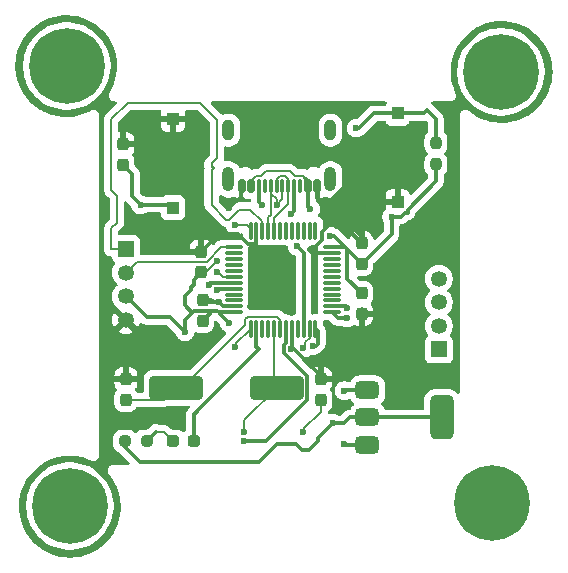
<source format=gbr>
%TF.GenerationSoftware,KiCad,Pcbnew,9.0.7*%
%TF.CreationDate,2026-02-19T20:57:42+05:30*%
%TF.ProjectId,pcb-n-as5600,7063622d-6e2d-4617-9335-3630302e6b69,rev?*%
%TF.SameCoordinates,Original*%
%TF.FileFunction,Copper,L1,Top*%
%TF.FilePolarity,Positive*%
%FSLAX46Y46*%
G04 Gerber Fmt 4.6, Leading zero omitted, Abs format (unit mm)*
G04 Created by KiCad (PCBNEW 9.0.7) date 2026-02-19 20:57:42*
%MOMM*%
%LPD*%
G01*
G04 APERTURE LIST*
G04 Aperture macros list*
%AMRoundRect*
0 Rectangle with rounded corners*
0 $1 Rounding radius*
0 $2 $3 $4 $5 $6 $7 $8 $9 X,Y pos of 4 corners*
0 Add a 4 corners polygon primitive as box body*
4,1,4,$2,$3,$4,$5,$6,$7,$8,$9,$2,$3,0*
0 Add four circle primitives for the rounded corners*
1,1,$1+$1,$2,$3*
1,1,$1+$1,$4,$5*
1,1,$1+$1,$6,$7*
1,1,$1+$1,$8,$9*
0 Add four rect primitives between the rounded corners*
20,1,$1+$1,$2,$3,$4,$5,0*
20,1,$1+$1,$4,$5,$6,$7,0*
20,1,$1+$1,$6,$7,$8,$9,0*
20,1,$1+$1,$8,$9,$2,$3,0*%
G04 Aperture macros list end*
%TA.AperFunction,SMDPad,CuDef*%
%ADD10RoundRect,0.237500X0.237500X-0.300000X0.237500X0.300000X-0.237500X0.300000X-0.237500X-0.300000X0*%
%TD*%
%TA.AperFunction,SMDPad,CuDef*%
%ADD11RoundRect,0.237500X0.287500X0.237500X-0.287500X0.237500X-0.287500X-0.237500X0.287500X-0.237500X0*%
%TD*%
%TA.AperFunction,SMDPad,CuDef*%
%ADD12R,1.000000X1.100000*%
%TD*%
%TA.AperFunction,SMDPad,CuDef*%
%ADD13RoundRect,0.150000X0.150000X0.425000X-0.150000X0.425000X-0.150000X-0.425000X0.150000X-0.425000X0*%
%TD*%
%TA.AperFunction,SMDPad,CuDef*%
%ADD14RoundRect,0.075000X0.075000X0.500000X-0.075000X0.500000X-0.075000X-0.500000X0.075000X-0.500000X0*%
%TD*%
%TA.AperFunction,HeatsinkPad*%
%ADD15O,1.000000X2.100000*%
%TD*%
%TA.AperFunction,HeatsinkPad*%
%ADD16O,1.000000X1.800000*%
%TD*%
%TA.AperFunction,ComponentPad*%
%ADD17C,6.400000*%
%TD*%
%TA.AperFunction,ComponentPad*%
%ADD18R,1.350000X1.350000*%
%TD*%
%TA.AperFunction,ComponentPad*%
%ADD19C,1.350000*%
%TD*%
%TA.AperFunction,SMDPad,CuDef*%
%ADD20RoundRect,0.250000X-2.000000X-0.750000X2.000000X-0.750000X2.000000X0.750000X-2.000000X0.750000X0*%
%TD*%
%TA.AperFunction,SMDPad,CuDef*%
%ADD21RoundRect,0.237500X0.250000X0.237500X-0.250000X0.237500X-0.250000X-0.237500X0.250000X-0.237500X0*%
%TD*%
%TA.AperFunction,SMDPad,CuDef*%
%ADD22RoundRect,0.237500X-0.237500X0.300000X-0.237500X-0.300000X0.237500X-0.300000X0.237500X0.300000X0*%
%TD*%
%TA.AperFunction,SMDPad,CuDef*%
%ADD23RoundRect,0.237500X-0.237500X0.250000X-0.237500X-0.250000X0.237500X-0.250000X0.237500X0.250000X0*%
%TD*%
%TA.AperFunction,SMDPad,CuDef*%
%ADD24RoundRect,0.375000X-0.625000X-0.375000X0.625000X-0.375000X0.625000X0.375000X-0.625000X0.375000X0*%
%TD*%
%TA.AperFunction,SMDPad,CuDef*%
%ADD25RoundRect,0.500000X-0.500000X-1.400000X0.500000X-1.400000X0.500000X1.400000X-0.500000X1.400000X0*%
%TD*%
%TA.AperFunction,SMDPad,CuDef*%
%ADD26RoundRect,0.075000X0.075000X-0.662500X0.075000X0.662500X-0.075000X0.662500X-0.075000X-0.662500X0*%
%TD*%
%TA.AperFunction,SMDPad,CuDef*%
%ADD27RoundRect,0.075000X0.662500X-0.075000X0.662500X0.075000X-0.662500X0.075000X-0.662500X-0.075000X0*%
%TD*%
%TA.AperFunction,ViaPad*%
%ADD28C,0.600000*%
%TD*%
%TA.AperFunction,Conductor*%
%ADD29C,0.300000*%
%TD*%
%TA.AperFunction,Conductor*%
%ADD30C,0.200000*%
%TD*%
G04 APERTURE END LIST*
D10*
%TO.P,C1,1*%
%TO.N,+3.3V*%
X145750000Y-89825000D03*
%TO.P,C1,2*%
%TO.N,GND*%
X145750000Y-88100000D03*
%TD*%
D11*
%TO.P,D1,1,K*%
%TO.N,LED*%
X145000000Y-100000000D03*
%TO.P,D1,2,A*%
%TO.N,Net-(D1-A)*%
X143250000Y-100000000D03*
%TD*%
D10*
%TO.P,C11,1*%
%TO.N,+3.3V*%
X159210000Y-85000000D03*
%TO.P,C11,2*%
%TO.N,GND*%
X159210000Y-83275000D03*
%TD*%
D12*
%TO.P,S2,1*%
%TO.N,NRST*%
X143250000Y-80250000D03*
%TO.P,S2,2*%
%TO.N,GND*%
X143250000Y-72750000D03*
%TD*%
%TO.P,S1,1*%
%TO.N,BOOTO*%
X162250000Y-72250000D03*
%TO.P,S1,2*%
%TO.N,GND*%
X162250000Y-79750000D03*
%TD*%
D13*
%TO.P,J6,A1,GND*%
%TO.N,GND*%
X155450000Y-78430000D03*
%TO.P,J6,A4,VBUS*%
%TO.N,Net-(C8-Pad2)*%
X154650000Y-78430000D03*
D14*
%TO.P,J6,A5,CC1*%
%TO.N,Net-(J6-CC1)*%
X153500000Y-78430000D03*
%TO.P,J6,A6,D+*%
%TO.N,MCU_D+*%
X152500000Y-78430000D03*
%TO.P,J6,A7,D-*%
%TO.N,MCU_D-*%
X152000000Y-78430000D03*
%TO.P,J6,A8*%
%TO.N,N/C*%
X151000000Y-78430000D03*
D13*
%TO.P,J6,A9,VBUS*%
%TO.N,Net-(C8-Pad2)*%
X149850000Y-78430000D03*
%TO.P,J6,A12,GND*%
%TO.N,GND*%
X149050000Y-78430000D03*
%TO.P,J6,B1,GND*%
X149050000Y-78430000D03*
%TO.P,J6,B4,VBUS*%
%TO.N,Net-(C8-Pad2)*%
X149850000Y-78430000D03*
D14*
%TO.P,J6,B5,CC2*%
%TO.N,Net-(J6-CC2)*%
X150500000Y-78430000D03*
%TO.P,J6,B6,D+*%
%TO.N,MCU_D+*%
X151500000Y-78430000D03*
%TO.P,J6,B7,D-*%
%TO.N,MCU_D-*%
X153000000Y-78430000D03*
%TO.P,J6,B8*%
%TO.N,N/C*%
X154000000Y-78430000D03*
D13*
%TO.P,J6,B9,VBUS*%
%TO.N,Net-(C8-Pad2)*%
X154650000Y-78430000D03*
%TO.P,J6,B12,GND*%
%TO.N,GND*%
X155450000Y-78430000D03*
D15*
%TO.P,J6,S1,SHIELD*%
%TO.N,unconnected-(J6-SHIELD-PadS1)*%
X156570000Y-77855000D03*
D16*
%TO.N,unconnected-(J6-SHIELD-PadS1)_3*%
X156570000Y-73675000D03*
D15*
%TO.N,unconnected-(J6-SHIELD-PadS1)_2*%
X147930000Y-77855000D03*
D16*
%TO.N,unconnected-(J6-SHIELD-PadS1)_1*%
X147930000Y-73675000D03*
%TD*%
D17*
%TO.P,H2,1*%
%TO.N,N/C*%
X134250000Y-68250000D03*
%TD*%
D18*
%TO.P,J2,1,Pin_1*%
%TO.N,dum1*%
X165750000Y-92250000D03*
D19*
%TO.P,J2,2,Pin_2*%
%TO.N,dum2*%
X165750000Y-90250000D03*
%TO.P,J2,3,Pin_3*%
%TO.N,dum3*%
X165750000Y-88250000D03*
%TO.P,J2,4,Pin_4*%
%TO.N,dum4*%
X165750000Y-86250000D03*
%TD*%
D20*
%TO.P,Y2,1,1*%
%TO.N,/OSC_OUT*%
X143500000Y-95500000D03*
%TO.P,Y2,2,2*%
%TO.N,/OSC_IN*%
X152000000Y-95500000D03*
%TD*%
D17*
%TO.P,H1,1*%
%TO.N,N/C*%
X134500000Y-105500000D03*
%TD*%
D21*
%TO.P,R16,1*%
%TO.N,Net-(D1-A)*%
X141000000Y-100000000D03*
%TO.P,R16,2*%
%TO.N,+3.3V*%
X139175000Y-100000000D03*
%TD*%
D22*
%TO.P,C3,1*%
%TO.N,+3.3V*%
X159210000Y-87500000D03*
%TO.P,C3,2*%
%TO.N,GND*%
X159210000Y-89225000D03*
%TD*%
D10*
%TO.P,C2,1*%
%TO.N,+3.3V*%
X145613572Y-85712500D03*
%TO.P,C2,2*%
%TO.N,GND*%
X145613572Y-83987500D03*
%TD*%
D17*
%TO.P,H4,1*%
%TO.N,N/C*%
X170250000Y-105250000D03*
%TD*%
D23*
%TO.P,R9,1*%
%TO.N,BOOTO*%
X165500000Y-74750000D03*
%TO.P,R9,2*%
%TO.N,+3.3V*%
X165500000Y-76575000D03*
%TD*%
D17*
%TO.P,H3,1*%
%TO.N,N/C*%
X171000000Y-68750000D03*
%TD*%
D18*
%TO.P,J1,1,Pin_1*%
%TO.N,SWDIO*%
X139250000Y-83750000D03*
D19*
%TO.P,J1,2,Pin_2*%
%TO.N,SCLK*%
X139250000Y-85750000D03*
%TO.P,J1,3,Pin_3*%
%TO.N,+3.3V*%
X139250000Y-87750000D03*
%TO.P,J1,4,Pin_4*%
%TO.N,GND*%
X139250000Y-89750000D03*
%TD*%
D24*
%TO.P,U1,1,ADJ*%
%TO.N,Net-(U1-ADJ)*%
X159700000Y-95700000D03*
%TO.P,U1,2,VO*%
%TO.N,+3.3V*%
X159700000Y-98000000D03*
D25*
X166000000Y-98000000D03*
D24*
%TO.P,U1,3,VI*%
%TO.N,+5V*%
X159700000Y-100300000D03*
%TD*%
D26*
%TO.P,U5,1,VBAT*%
%TO.N,+3.3V*%
X149797888Y-90512500D03*
%TO.P,U5,2,PC13*%
%TO.N,LED*%
X150297888Y-90512500D03*
%TO.P,U5,3,PC14*%
%TO.N,unconnected-(U5-PC14-Pad3)*%
X150797888Y-90512500D03*
%TO.P,U5,4,PC15*%
%TO.N,unconnected-(U5-PC15-Pad4)*%
X151297888Y-90512500D03*
%TO.P,U5,5,PD0*%
%TO.N,/OSC_IN*%
X151797888Y-90512500D03*
%TO.P,U5,6,PD1*%
%TO.N,/OSC_OUT*%
X152297888Y-90512500D03*
%TO.P,U5,7,NRST*%
%TO.N,NRST*%
X152797888Y-90512500D03*
%TO.P,U5,8,VSSA*%
%TO.N,GND*%
X153297888Y-90512500D03*
%TO.P,U5,9,VDDA*%
%TO.N,unconnected-(U5-VDDA-Pad9)*%
X153797888Y-90512500D03*
%TO.P,U5,10,PA0*%
%TO.N,/OUT*%
X154297888Y-90512500D03*
%TO.P,U5,11,PA1*%
%TO.N,dum1*%
X154797888Y-90512500D03*
%TO.P,U5,12,PA2*%
%TO.N,dum2*%
X155297888Y-90512500D03*
D27*
%TO.P,U5,13,PA3*%
%TO.N,dum3*%
X156710388Y-89100000D03*
%TO.P,U5,14,PA4*%
%TO.N,dum4*%
X156710388Y-88600000D03*
%TO.P,U5,15,PA5*%
%TO.N,unconnected-(U5-PA5-Pad15)*%
X156710388Y-88100000D03*
%TO.P,U5,16,PA6*%
%TO.N,unconnected-(U5-PA6-Pad16)*%
X156710388Y-87600000D03*
%TO.P,U5,17,PA7*%
%TO.N,unconnected-(U5-PA7-Pad17)*%
X156710388Y-87100000D03*
%TO.P,U5,18,PB0*%
%TO.N,unconnected-(U5-PB0-Pad18)*%
X156710388Y-86600000D03*
%TO.P,U5,19,PB1*%
%TO.N,unconnected-(U5-PB1-Pad19)*%
X156710388Y-86100000D03*
%TO.P,U5,20,PB2*%
%TO.N,unconnected-(U5-PB2-Pad20)*%
X156710388Y-85600000D03*
%TO.P,U5,21,PB10*%
%TO.N,unconnected-(U5-PB10-Pad21)*%
X156710388Y-85100000D03*
%TO.P,U5,22,PB11*%
%TO.N,unconnected-(U5-PB11-Pad22)*%
X156710388Y-84600000D03*
%TO.P,U5,23,VSS*%
%TO.N,GND*%
X156710388Y-84100000D03*
%TO.P,U5,24,VDD*%
%TO.N,+3.3V*%
X156710388Y-83600000D03*
D26*
%TO.P,U5,25,PB12*%
%TO.N,unconnected-(U5-PB12-Pad25)*%
X155297888Y-82187500D03*
%TO.P,U5,26,PB13*%
%TO.N,unconnected-(U5-PB13-Pad26)*%
X154797888Y-82187500D03*
%TO.P,U5,27,PB14*%
%TO.N,unconnected-(U5-PB14-Pad27)*%
X154297888Y-82187500D03*
%TO.P,U5,28,PB15*%
%TO.N,unconnected-(U5-PB15-Pad28)*%
X153797888Y-82187500D03*
%TO.P,U5,29,PA8*%
%TO.N,unconnected-(U5-PA8-Pad29)*%
X153297888Y-82187500D03*
%TO.P,U5,30,PA9*%
%TO.N,unconnected-(U5-PA9-Pad30)*%
X152797888Y-82187500D03*
%TO.P,U5,31,PA10*%
%TO.N,unconnected-(U5-PA10-Pad31)*%
X152297888Y-82187500D03*
%TO.P,U5,32,PA11*%
%TO.N,MCU_D-*%
X151797888Y-82187500D03*
%TO.P,U5,33,PA12*%
%TO.N,MCU_D+*%
X151297888Y-82187500D03*
%TO.P,U5,34,PA13*%
%TO.N,SWDIO*%
X150797888Y-82187500D03*
%TO.P,U5,35,VSS*%
%TO.N,GND*%
X150297888Y-82187500D03*
%TO.P,U5,36,VDD*%
%TO.N,+3.3V*%
X149797888Y-82187500D03*
D27*
%TO.P,U5,37,PA14*%
%TO.N,SCLK*%
X148385388Y-83600000D03*
%TO.P,U5,38,PA15*%
%TO.N,unconnected-(U5-PA15-Pad38)*%
X148385388Y-84100000D03*
%TO.P,U5,39,PB3*%
%TO.N,unconnected-(U5-PB3-Pad39)*%
X148385388Y-84600000D03*
%TO.P,U5,40,PB4*%
%TO.N,unconnected-(U5-PB4-Pad40)*%
X148385388Y-85100000D03*
%TO.P,U5,41,PB5*%
%TO.N,unconnected-(U5-PB5-Pad41)*%
X148385388Y-85600000D03*
%TO.P,U5,42,PB6*%
%TO.N,SDA*%
X148385388Y-86100000D03*
%TO.P,U5,43,PB7*%
%TO.N,SCL*%
X148385388Y-86600000D03*
%TO.P,U5,44,BOOT0*%
%TO.N,BOOTO*%
X148385388Y-87100000D03*
%TO.P,U5,45,PB8*%
%TO.N,unconnected-(U5-PB8-Pad45)*%
X148385388Y-87600000D03*
%TO.P,U5,46,PB9*%
%TO.N,unconnected-(U5-PB9-Pad46)*%
X148385388Y-88100000D03*
%TO.P,U5,47,VSS*%
%TO.N,GND*%
X148385388Y-88600000D03*
%TO.P,U5,48,VDD*%
%TO.N,+3.3V*%
X148385388Y-89100000D03*
%TD*%
D22*
%TO.P,C13,1*%
%TO.N,GND*%
X139250000Y-94775000D03*
%TO.P,C13,2*%
%TO.N,/OSC_OUT*%
X139250000Y-96500000D03*
%TD*%
%TO.P,C14,1*%
%TO.N,GND*%
X139000000Y-74887500D03*
%TO.P,C14,2*%
%TO.N,NRST*%
X139000000Y-76612500D03*
%TD*%
%TO.P,C10,1*%
%TO.N,GND*%
X155750000Y-94775000D03*
%TO.P,C10,2*%
%TO.N,/OSC_IN*%
X155750000Y-96500000D03*
%TD*%
D28*
%TO.N,+3.3V*%
X148000000Y-90000000D03*
X148500000Y-92000000D03*
X148500000Y-81750000D03*
X161750000Y-81000000D03*
X156750000Y-98500000D03*
X147002618Y-84752618D03*
X156540064Y-82666407D03*
X144250000Y-90750000D03*
%TO.N,Net-(J6-CC2)*%
X150750000Y-80000000D03*
%TO.N,Net-(C8-Pad2)*%
X154875000Y-80375000D03*
%TO.N,BOOTO*%
X158750000Y-73500000D03*
X147000000Y-87250000D03*
%TO.N,NRST*%
X140500000Y-80000000D03*
X149250000Y-100000000D03*
%TO.N,GND*%
X146000000Y-81000000D03*
X142750000Y-81750000D03*
X148000000Y-80250000D03*
X158500000Y-77750000D03*
X153250000Y-92250000D03*
X147100000Y-88250000D03*
X160750000Y-80000000D03*
%TO.N,/OUT*%
X153750000Y-83500000D03*
%TO.N,+5V*%
X157750000Y-100250000D03*
%TO.N,Net-(J6-CC1)*%
X153250000Y-80750000D03*
%TO.N,MCU_D+*%
X152000000Y-80000000D03*
%TO.N,/OSC_IN*%
X149250000Y-99199997D03*
X154250000Y-99250000D03*
%TO.N,Net-(U1-ADJ)*%
X157750000Y-95750000D03*
%TO.N,dum1*%
X154281740Y-92137500D03*
%TO.N,dum2*%
X155059634Y-91940366D03*
%TO.N,dum3*%
X157975737Y-89574266D03*
%TO.N,dum4*%
X158000000Y-88750000D03*
%TO.N,SDA*%
X147000000Y-85649994D03*
%TO.N,SCL*%
X146250000Y-86750000D03*
%TD*%
D29*
%TO.N,dum2*%
X155500000Y-90714612D02*
X155297888Y-90512500D01*
X155500000Y-91750000D02*
X155500000Y-90714612D01*
X155309634Y-91940366D02*
X155500000Y-91750000D01*
X155059634Y-91940366D02*
X155309634Y-91940366D01*
D30*
%TO.N,dum1*%
X154797888Y-91283824D02*
X154797888Y-90512500D01*
X154449997Y-91969243D02*
X154449997Y-91631715D01*
X154449997Y-91631715D02*
X154797888Y-91283824D01*
X154281740Y-92137500D02*
X154449997Y-91969243D01*
D29*
%TO.N,+3.3V*%
X163101000Y-80399000D02*
X165500000Y-78000000D01*
X144250000Y-90750000D02*
X143000000Y-89500000D01*
X148000000Y-90000000D02*
X147250000Y-89250000D01*
X157980000Y-86270000D02*
X159210000Y-87500000D01*
X161750000Y-81000000D02*
X161750000Y-82460000D01*
X153631346Y-100250000D02*
X152000000Y-100250000D01*
X147250000Y-89100000D02*
X148385388Y-89100000D01*
X150500000Y-101750000D02*
X140401000Y-101750000D01*
X166000000Y-98000000D02*
X159700000Y-98000000D01*
X157810000Y-83600000D02*
X157980000Y-83770000D01*
X162500000Y-81000000D02*
X162849000Y-80651000D01*
X165500000Y-78000000D02*
X165500000Y-76575000D01*
D30*
X148500000Y-91810388D02*
X148500000Y-92000000D01*
D29*
X144974000Y-86352072D02*
X144974000Y-86776000D01*
X147100000Y-89100000D02*
X147250000Y-89100000D01*
D30*
X146042736Y-85712500D02*
X147002618Y-84752618D01*
X149797888Y-90512500D02*
X148500000Y-91810388D01*
D29*
X162849000Y-80651000D02*
X163101000Y-80651000D01*
X161750000Y-82460000D02*
X159210000Y-85000000D01*
X154750000Y-100750000D02*
X154131346Y-100750000D01*
X156750000Y-98500000D02*
X157750000Y-98500000D01*
X144250000Y-90750000D02*
X144250000Y-89750000D01*
X143000000Y-89500000D02*
X141000000Y-89500000D01*
X154131346Y-100750000D02*
X153631346Y-100250000D01*
X145000000Y-89000000D02*
X144875000Y-89125000D01*
X156710388Y-83600000D02*
X157810000Y-83600000D01*
X157980000Y-83770000D02*
X159210000Y-85000000D01*
X155500000Y-99750000D02*
X155500000Y-100000000D01*
X158250000Y-98000000D02*
X159700000Y-98000000D01*
X141000000Y-89500000D02*
X139250000Y-87750000D01*
X157980000Y-83770000D02*
X157980000Y-86270000D01*
X145750000Y-89825000D02*
X146575000Y-89000000D01*
D30*
X148500000Y-81750000D02*
X149500000Y-81750000D01*
D29*
X144974000Y-86352072D02*
X145613572Y-85712500D01*
X156750000Y-98500000D02*
X155500000Y-99750000D01*
X163101000Y-80651000D02*
X163101000Y-80399000D01*
X144750000Y-87000000D02*
X144750000Y-87250000D01*
X144750000Y-87250000D02*
X144250000Y-87750000D01*
X139175000Y-100524000D02*
X139175000Y-100000000D01*
D30*
X145613572Y-85712500D02*
X146042736Y-85712500D01*
D29*
X144250000Y-88500000D02*
X144875000Y-89125000D01*
X146575000Y-89000000D02*
X147000000Y-89000000D01*
X155500000Y-100000000D02*
X154750000Y-100750000D01*
X147000000Y-89000000D02*
X147100000Y-89100000D01*
X156540064Y-82666407D02*
X156876407Y-82666407D01*
X161750000Y-81000000D02*
X162500000Y-81000000D01*
X157750000Y-98500000D02*
X158250000Y-98000000D01*
D30*
X149797888Y-82047888D02*
X149797888Y-82187500D01*
D29*
X147250000Y-89250000D02*
X147250000Y-89100000D01*
X144250000Y-87750000D02*
X144250000Y-88500000D01*
X147000000Y-89000000D02*
X145000000Y-89000000D01*
D30*
X149500000Y-81750000D02*
X149797888Y-82047888D01*
D29*
X140401000Y-101750000D02*
X139175000Y-100524000D01*
X156876407Y-82666407D02*
X157810000Y-83600000D01*
X152000000Y-100250000D02*
X150500000Y-101750000D01*
X144250000Y-89750000D02*
X144875000Y-89125000D01*
X144974000Y-86776000D02*
X144750000Y-87000000D01*
%TO.N,Net-(J6-CC2)*%
X150750000Y-80000000D02*
X150500000Y-79750000D01*
X150500000Y-79750000D02*
X150500000Y-78430000D01*
%TO.N,LED*%
X145000000Y-100000000D02*
X145000000Y-97750000D01*
X145000000Y-97750000D02*
X150500000Y-92250000D01*
X145000000Y-97750000D02*
X145250000Y-97500000D01*
X150297888Y-92047888D02*
X150297888Y-90512500D01*
X150500000Y-92250000D02*
X150297888Y-92047888D01*
D30*
%TO.N,Net-(D1-A)*%
X141802000Y-99250000D02*
X141776000Y-99224000D01*
X143250000Y-100000000D02*
X142500000Y-99250000D01*
X142500000Y-99250000D02*
X141802000Y-99250000D01*
D29*
X141000000Y-100000000D02*
X141776000Y-99224000D01*
D30*
%TO.N,Net-(C8-Pad2)*%
X154451000Y-77772176D02*
X154451000Y-77785588D01*
X151097000Y-77153000D02*
X153153000Y-77153000D01*
X150049000Y-77772176D02*
X150267176Y-77554000D01*
D29*
X154650000Y-78430000D02*
X154650000Y-80150000D01*
D30*
X154232824Y-77554000D02*
X154451000Y-77772176D01*
X153750000Y-77571176D02*
X153767176Y-77554000D01*
X153767176Y-77554000D02*
X154232824Y-77554000D01*
X153554000Y-77554000D02*
X153732824Y-77554000D01*
X150696000Y-77554000D02*
X151097000Y-77153000D01*
X149750000Y-78250000D02*
X150000000Y-78250000D01*
D29*
X154750000Y-78500000D02*
X154501000Y-78251000D01*
X154501000Y-78251000D02*
X154501000Y-77772176D01*
D30*
X150049000Y-78201000D02*
X150049000Y-77772176D01*
X153153000Y-77153000D02*
X153554000Y-77554000D01*
X153732824Y-77554000D02*
X153750000Y-77571176D01*
X154451000Y-77785588D02*
X154464412Y-77785588D01*
X150000000Y-78250000D02*
X150049000Y-78201000D01*
D29*
X154650000Y-80150000D02*
X154875000Y-80375000D01*
D30*
X150267176Y-77554000D02*
X150696000Y-77554000D01*
D29*
%TO.N,BOOTO*%
X148385388Y-87100000D02*
X147150000Y-87100000D01*
X165500000Y-74750000D02*
X165500000Y-72750000D01*
X164500000Y-72250000D02*
X162250000Y-72250000D01*
X164750000Y-72000000D02*
X164500000Y-72250000D01*
X159000000Y-73500000D02*
X160250000Y-72250000D01*
X158750000Y-73500000D02*
X159000000Y-73500000D01*
X160250000Y-72250000D02*
X162250000Y-72250000D01*
X147150000Y-87100000D02*
X147000000Y-87250000D01*
X165500000Y-72750000D02*
X164750000Y-72000000D01*
%TO.N,NRST*%
X154601000Y-96505870D02*
X154601000Y-94494130D01*
X149250000Y-100000000D02*
X151106870Y-100000000D01*
X139750000Y-79250000D02*
X140500000Y-80000000D01*
X152599000Y-92519654D02*
X152599000Y-91901000D01*
X154601000Y-94494130D02*
X154255870Y-94149000D01*
X151106870Y-100000000D02*
X154601000Y-96505870D01*
X152797888Y-91702112D02*
X152797888Y-90512500D01*
X140500000Y-80000000D02*
X143000000Y-80000000D01*
X152599000Y-91901000D02*
X152797888Y-91702112D01*
X154228346Y-94149000D02*
X152599000Y-92519654D01*
X139750000Y-77362500D02*
X139750000Y-79250000D01*
X154255870Y-94149000D02*
X154228346Y-94149000D01*
X139750000Y-77362500D02*
X139000000Y-76612500D01*
%TO.N,GND*%
X161000000Y-79750000D02*
X160750000Y-80000000D01*
X145750000Y-81750000D02*
X142750000Y-81750000D01*
X159210000Y-88805634D02*
X159210000Y-89225000D01*
X153250000Y-92250000D02*
X153475000Y-92250000D01*
X162250000Y-79750000D02*
X161000000Y-79750000D01*
X148768354Y-82500000D02*
X149544354Y-83276000D01*
D30*
X146500000Y-81500000D02*
X146500000Y-81750000D01*
D29*
X155875000Y-79875000D02*
X156375000Y-79875000D01*
X146500000Y-82500000D02*
X146500000Y-83101072D01*
X158500000Y-77750000D02*
X156375000Y-79875000D01*
X147450000Y-88600000D02*
X147100000Y-88250000D01*
X156418242Y-81731815D02*
X155890064Y-82259993D01*
X159210000Y-83275000D02*
X157666815Y-81731815D01*
X146500000Y-83101072D02*
X145613572Y-83987500D01*
X155450000Y-79450000D02*
X155875000Y-79875000D01*
X147750000Y-82500000D02*
X147000000Y-81750000D01*
X147500000Y-82500000D02*
X146500000Y-82500000D01*
X155890064Y-82937358D02*
X155077422Y-83750000D01*
X159210000Y-82710000D02*
X159210000Y-83275000D01*
X148385388Y-88600000D02*
X147450000Y-88600000D01*
X154750000Y-83750000D02*
X154750000Y-83791480D01*
X146500000Y-81750000D02*
X145750000Y-81750000D01*
X156375000Y-79875000D02*
X159210000Y-82710000D01*
X153475000Y-92250000D02*
X155750000Y-94525000D01*
X147750000Y-82500000D02*
X147500000Y-82500000D01*
X155890064Y-82259993D02*
X155890064Y-82937358D01*
X153297888Y-92202112D02*
X153250000Y-92250000D01*
D30*
X146000000Y-81000000D02*
X146500000Y-81500000D01*
D29*
X155058520Y-84100000D02*
X156710388Y-84100000D01*
X154750000Y-83791480D02*
X155058520Y-84100000D01*
X147100000Y-88250000D02*
X145900000Y-88250000D01*
X157666815Y-81731815D02*
X156418242Y-81731815D01*
X150297888Y-83202112D02*
X150297888Y-82187500D01*
D30*
X149050000Y-78430000D02*
X149050000Y-79200000D01*
D29*
X150224000Y-83276000D02*
X150297888Y-83202112D01*
X155077422Y-83750000D02*
X154750000Y-83750000D01*
D30*
X149050000Y-79200000D02*
X148000000Y-80250000D01*
D29*
X147500000Y-82500000D02*
X148768354Y-82500000D01*
X155450000Y-78430000D02*
X155450000Y-79450000D01*
X149544354Y-83276000D02*
X150224000Y-83276000D01*
X145900000Y-88250000D02*
X145750000Y-88100000D01*
X147000000Y-81750000D02*
X146500000Y-81750000D01*
X153297888Y-90512500D02*
X153297888Y-92202112D01*
%TO.N,/OUT*%
X154297888Y-90512500D02*
X154297888Y-84047888D01*
X154297888Y-84047888D02*
X153750000Y-83500000D01*
%TO.N,+5V*%
X157800000Y-100300000D02*
X157750000Y-100250000D01*
X159700000Y-100300000D02*
X157800000Y-100300000D01*
D30*
%TO.N,SWDIO*%
X148851000Y-80399000D02*
X148000000Y-81250000D01*
X138501000Y-80751057D02*
X138501000Y-81499000D01*
X145500000Y-71351000D02*
X139399000Y-71351000D01*
X138000000Y-82000000D02*
X138000000Y-83750000D01*
X138500000Y-80750057D02*
X138501000Y-80751057D01*
X148000000Y-81250000D02*
X147750000Y-81250000D01*
X138000000Y-72750000D02*
X138000000Y-78750000D01*
X146678000Y-76786405D02*
X146663355Y-76771760D01*
X149786810Y-80399000D02*
X148851000Y-80399000D01*
X146500000Y-76771760D02*
X146500000Y-76500000D01*
X138500000Y-79250000D02*
X138500000Y-80750057D01*
X150797888Y-82187500D02*
X150797888Y-81410078D01*
X146964785Y-76035215D02*
X146964785Y-72815785D01*
X138000000Y-83750000D02*
X139250000Y-83750000D01*
X146964785Y-72815785D02*
X145500000Y-71351000D01*
X146500000Y-80000000D02*
X146500000Y-77059144D01*
X150797888Y-81410078D02*
X149786810Y-80399000D01*
X146500000Y-77059144D02*
X146678000Y-76881144D01*
X147750000Y-81250000D02*
X146500000Y-80000000D01*
X146500000Y-76500000D02*
X146964785Y-76035215D01*
X138000000Y-78750000D02*
X138500000Y-79250000D01*
X139399000Y-71351000D02*
X138000000Y-72750000D01*
X146663355Y-76771760D02*
X146500000Y-76771760D01*
X138501000Y-81499000D02*
X138000000Y-82000000D01*
X146678000Y-76881144D02*
X146678000Y-76786405D01*
%TO.N,SCLK*%
X147306706Y-83600000D02*
X148385388Y-83600000D01*
X146080706Y-84826000D02*
X147306706Y-83600000D01*
X140174000Y-84826000D02*
X146080706Y-84826000D01*
X139250000Y-85750000D02*
X140174000Y-84826000D01*
D29*
%TO.N,Net-(J6-CC1)*%
X153250000Y-80750000D02*
X153500000Y-80500000D01*
X153500000Y-80500000D02*
X153500000Y-78430000D01*
D30*
%TO.N,MCU_D+*%
X152000000Y-80000000D02*
X152000000Y-79550003D01*
X151500000Y-80832957D02*
X151297888Y-81035069D01*
X152500000Y-78430000D02*
X152500000Y-79500000D01*
X151500000Y-78430000D02*
X151500000Y-80832957D01*
X152500000Y-79500000D02*
X152000000Y-80000000D01*
X152000000Y-79550003D02*
X151500000Y-79050003D01*
X151500000Y-79050003D02*
X151500000Y-78430000D01*
X151297888Y-81035069D02*
X151297888Y-82187500D01*
%TO.N,MCU_D-*%
X152000000Y-78430000D02*
X152000000Y-77821176D01*
X153000000Y-79900057D02*
X151797888Y-81102169D01*
X153000000Y-77821176D02*
X153000000Y-78430000D01*
X152267176Y-77554000D02*
X152732824Y-77554000D01*
X152732824Y-77554000D02*
X153000000Y-77821176D01*
X152000000Y-77821176D02*
X152267176Y-77554000D01*
X153000000Y-78430000D02*
X153000000Y-79900057D01*
X151797888Y-81102169D02*
X151797888Y-82187500D01*
%TO.N,/OSC_IN*%
X152000000Y-95500000D02*
X151797888Y-95297888D01*
X154250000Y-99000000D02*
X155750000Y-97500000D01*
X152000000Y-95500000D02*
X149250000Y-98250000D01*
X151797888Y-95297888D02*
X151797888Y-90512500D01*
X149250000Y-98250000D02*
X149250000Y-99199997D01*
X154250000Y-99250000D02*
X154250000Y-99000000D01*
X155750000Y-97500000D02*
X155750000Y-96500000D01*
D29*
%TO.N,Net-(U1-ADJ)*%
X157800000Y-95700000D02*
X157750000Y-95750000D01*
X159700000Y-95700000D02*
X157800000Y-95700000D01*
%TO.N,dum3*%
X157975737Y-89574266D02*
X157184654Y-89574266D01*
X157184654Y-89574266D02*
X156710388Y-89100000D01*
%TO.N,dum4*%
X157850000Y-88600000D02*
X156710388Y-88600000D01*
X158000000Y-88750000D02*
X157850000Y-88600000D01*
D30*
%TO.N,/OSC_OUT*%
X149346888Y-89692176D02*
X149565064Y-89474000D01*
X149346888Y-90153112D02*
X149346888Y-89692176D01*
X149565064Y-89474000D02*
X152030712Y-89474000D01*
X152297888Y-89741176D02*
X152297888Y-90512500D01*
X139250000Y-96500000D02*
X142500000Y-96500000D01*
X142500000Y-96500000D02*
X143500000Y-95500000D01*
X152030712Y-89474000D02*
X152297888Y-89741176D01*
X143500000Y-95500000D02*
X144000000Y-95500000D01*
X144000000Y-95500000D02*
X149346888Y-90153112D01*
%TO.N,SDA*%
X147049940Y-85649994D02*
X147000000Y-85649994D01*
X148385388Y-86100000D02*
X147499946Y-86100000D01*
X147499946Y-86100000D02*
X147049940Y-85649994D01*
D29*
%TO.N,SCL*%
X146400000Y-86600000D02*
X146250000Y-86750000D01*
X148385388Y-86600000D02*
X146400000Y-86600000D01*
%TD*%
%TA.AperFunction,Conductor*%
%TO.N,GND*%
G36*
X134370048Y-63945662D02*
G01*
X134763495Y-63980131D01*
X134775091Y-63981701D01*
X135163535Y-64053112D01*
X135174901Y-64055761D01*
X135554902Y-64163482D01*
X135565976Y-64167195D01*
X135884137Y-64290837D01*
X135934112Y-64310259D01*
X135944809Y-64315009D01*
X136297796Y-64492135D01*
X136307998Y-64497872D01*
X136500148Y-64618207D01*
X136642726Y-64707497D01*
X136652331Y-64714163D01*
X136895788Y-64900754D01*
X136965804Y-64954416D01*
X136974746Y-64961966D01*
X137093401Y-65072140D01*
X137264163Y-65230697D01*
X137272354Y-65239056D01*
X137535148Y-65533879D01*
X137542515Y-65542975D01*
X137776336Y-65861258D01*
X137782813Y-65871006D01*
X137985593Y-66209930D01*
X137991121Y-66220247D01*
X138161029Y-66576753D01*
X138165561Y-66587544D01*
X138301110Y-66958514D01*
X138304603Y-66969685D01*
X138404566Y-67351757D01*
X138406991Y-67363207D01*
X138470488Y-67753020D01*
X138471822Y-67764648D01*
X138498281Y-68158689D01*
X138498514Y-68170391D01*
X138487704Y-68565202D01*
X138486831Y-68576874D01*
X138438847Y-68968876D01*
X138436879Y-68980413D01*
X138352145Y-69366166D01*
X138349097Y-69377467D01*
X138228373Y-69753507D01*
X138224273Y-69764470D01*
X138068632Y-70127451D01*
X138063517Y-70137978D01*
X137875249Y-70483010D01*
X137873780Y-70485626D01*
X137869226Y-70493512D01*
X137867772Y-70495964D01*
X137837271Y-70546083D01*
X137834907Y-70551435D01*
X137832682Y-70556809D01*
X137817502Y-70613458D01*
X137816731Y-70616209D01*
X137800228Y-70672564D01*
X137799335Y-70678309D01*
X137798573Y-70684106D01*
X137798573Y-70742771D01*
X137798540Y-70745636D01*
X137797183Y-70804309D01*
X137797813Y-70810129D01*
X137798572Y-70815893D01*
X137813758Y-70872569D01*
X137814467Y-70875343D01*
X137828340Y-70932357D01*
X137830448Y-70937798D01*
X137832678Y-70943181D01*
X137832681Y-70943186D01*
X137862038Y-70994034D01*
X137863419Y-70996492D01*
X137891578Y-71047978D01*
X137894988Y-71052641D01*
X137898575Y-71057316D01*
X137940045Y-71098786D01*
X137942047Y-71100834D01*
X137982587Y-71143292D01*
X137987133Y-71146950D01*
X137991757Y-71150498D01*
X137991759Y-71150500D01*
X138043823Y-71180559D01*
X138095161Y-71211803D01*
X138100798Y-71213454D01*
X138105887Y-71216392D01*
X138105890Y-71216392D01*
X138105893Y-71216394D01*
X138129037Y-71222595D01*
X138163940Y-71231947D01*
X138221632Y-71248844D01*
X138227502Y-71248978D01*
X138233172Y-71250498D01*
X138233176Y-71250498D01*
X138233181Y-71250500D01*
X138291846Y-71250500D01*
X138294710Y-71250532D01*
X138352432Y-71251867D01*
X138418999Y-71273095D01*
X138463521Y-71326942D01*
X138471864Y-71396312D01*
X138441379Y-71459180D01*
X138437248Y-71463515D01*
X137631286Y-72269478D01*
X137519481Y-72381282D01*
X137519479Y-72381285D01*
X137515392Y-72388364D01*
X137475879Y-72456804D01*
X137440423Y-72518215D01*
X137399499Y-72670943D01*
X137399499Y-72670945D01*
X137399499Y-72839046D01*
X137399500Y-72839059D01*
X137399500Y-78663330D01*
X137399499Y-78663348D01*
X137399499Y-78829054D01*
X137399498Y-78829054D01*
X137440423Y-78981786D01*
X137440424Y-78981787D01*
X137466406Y-79026789D01*
X137519480Y-79118716D01*
X137631284Y-79230520D01*
X137631285Y-79230521D01*
X137750264Y-79349500D01*
X137863181Y-79462416D01*
X137896666Y-79523739D01*
X137899500Y-79550097D01*
X137899500Y-80670996D01*
X137899499Y-80671000D01*
X137899499Y-80829114D01*
X137900434Y-80832603D01*
X137900498Y-80844160D01*
X137900463Y-80844281D01*
X137900500Y-80844843D01*
X137900500Y-81198902D01*
X137880815Y-81265941D01*
X137864181Y-81286583D01*
X137519481Y-81631282D01*
X137519479Y-81631284D01*
X137501916Y-81661706D01*
X137487930Y-81685931D01*
X137440423Y-81768215D01*
X137399499Y-81920943D01*
X137399499Y-81920945D01*
X137399499Y-82089046D01*
X137399500Y-82089059D01*
X137399500Y-83670943D01*
X137399500Y-83829057D01*
X137412929Y-83879172D01*
X137440423Y-83981783D01*
X137440426Y-83981790D01*
X137519475Y-84118709D01*
X137519479Y-84118714D01*
X137519480Y-84118716D01*
X137631284Y-84230520D01*
X137631286Y-84230521D01*
X137631290Y-84230524D01*
X137766006Y-84308301D01*
X137768216Y-84309577D01*
X137920943Y-84350500D01*
X137950501Y-84350500D01*
X138017540Y-84370185D01*
X138063295Y-84422989D01*
X138073437Y-84469611D01*
X138074099Y-84469576D01*
X138074146Y-84469571D01*
X138074146Y-84469573D01*
X138074324Y-84469564D01*
X138074501Y-84472876D01*
X138080908Y-84532483D01*
X138131202Y-84667328D01*
X138131206Y-84667335D01*
X138217452Y-84782544D01*
X138217453Y-84782544D01*
X138217454Y-84782546D01*
X138268740Y-84820939D01*
X138302539Y-84846241D01*
X138344409Y-84902175D01*
X138349393Y-84971867D01*
X138328545Y-85018392D01*
X138244624Y-85133900D01*
X138160620Y-85298764D01*
X138160619Y-85298767D01*
X138103445Y-85474734D01*
X138074500Y-85657486D01*
X138074500Y-85842513D01*
X138103445Y-86025265D01*
X138160619Y-86201232D01*
X138160620Y-86201235D01*
X138227909Y-86333295D01*
X138244622Y-86366096D01*
X138353379Y-86515787D01*
X138484213Y-86646621D01*
X138488421Y-86649678D01*
X138488432Y-86649686D01*
X138531094Y-86705019D01*
X138537069Y-86774633D01*
X138504459Y-86836426D01*
X138488432Y-86850314D01*
X138484210Y-86853381D01*
X138353381Y-86984210D01*
X138353381Y-86984211D01*
X138353379Y-86984213D01*
X138330438Y-87015789D01*
X138244622Y-87133903D01*
X138160620Y-87298764D01*
X138160619Y-87298767D01*
X138103445Y-87474734D01*
X138096317Y-87519737D01*
X138074500Y-87657486D01*
X138074500Y-87842514D01*
X138086347Y-87917310D01*
X138103445Y-88025265D01*
X138160619Y-88201232D01*
X138160620Y-88201235D01*
X138232606Y-88342513D01*
X138244622Y-88366096D01*
X138353379Y-88515787D01*
X138484213Y-88646621D01*
X138517985Y-88671158D01*
X138558831Y-88700834D01*
X138573806Y-88720254D01*
X139203553Y-89350000D01*
X139197339Y-89350000D01*
X139095606Y-89377259D01*
X139004394Y-89429920D01*
X138929920Y-89504394D01*
X138877259Y-89595606D01*
X138850000Y-89697339D01*
X138850000Y-89703553D01*
X138260015Y-89113568D01*
X138245049Y-89134167D01*
X138161084Y-89298956D01*
X138161083Y-89298959D01*
X138103933Y-89474852D01*
X138075000Y-89657526D01*
X138075000Y-89842473D01*
X138103933Y-90025147D01*
X138161083Y-90201040D01*
X138161084Y-90201043D01*
X138245050Y-90365834D01*
X138260015Y-90386430D01*
X138260016Y-90386431D01*
X138850000Y-89796447D01*
X138850000Y-89802661D01*
X138877259Y-89904394D01*
X138929920Y-89995606D01*
X139004394Y-90070080D01*
X139095606Y-90122741D01*
X139197339Y-90150000D01*
X139203553Y-90150000D01*
X138613568Y-90739983D01*
X138613568Y-90739984D01*
X138634165Y-90754949D01*
X138798956Y-90838915D01*
X138798959Y-90838916D01*
X138974852Y-90896066D01*
X139157527Y-90925000D01*
X139342473Y-90925000D01*
X139525147Y-90896066D01*
X139701040Y-90838916D01*
X139701043Y-90838915D01*
X139865836Y-90754947D01*
X139865845Y-90754942D01*
X139886430Y-90739984D01*
X139886431Y-90739983D01*
X139296448Y-90150000D01*
X139302661Y-90150000D01*
X139404394Y-90122741D01*
X139495606Y-90070080D01*
X139570080Y-89995606D01*
X139622741Y-89904394D01*
X139650000Y-89802661D01*
X139650000Y-89796446D01*
X140239983Y-90386430D01*
X140239984Y-90386430D01*
X140254942Y-90365845D01*
X140254947Y-90365836D01*
X140338915Y-90201043D01*
X140338917Y-90201037D01*
X140384861Y-90059634D01*
X140424298Y-90001958D01*
X140488656Y-89974759D01*
X140557503Y-89986673D01*
X140581452Y-90002094D01*
X140585332Y-90005278D01*
X140664427Y-90058127D01*
X140664428Y-90058127D01*
X140691873Y-90076465D01*
X140810256Y-90125501D01*
X140810260Y-90125501D01*
X140810261Y-90125502D01*
X140935928Y-90150500D01*
X140935931Y-90150500D01*
X141064069Y-90150500D01*
X142679192Y-90150500D01*
X142746231Y-90170185D01*
X142766873Y-90186819D01*
X143432984Y-90852930D01*
X143466469Y-90914253D01*
X143466920Y-90916420D01*
X143480261Y-90983489D01*
X143480264Y-90983501D01*
X143540602Y-91129172D01*
X143540609Y-91129185D01*
X143628210Y-91260288D01*
X143628213Y-91260292D01*
X143739707Y-91371786D01*
X143739711Y-91371789D01*
X143870814Y-91459390D01*
X143870827Y-91459397D01*
X144016498Y-91519735D01*
X144016503Y-91519737D01*
X144171153Y-91550499D01*
X144171156Y-91550500D01*
X144171158Y-91550500D01*
X144328844Y-91550500D01*
X144328845Y-91550499D01*
X144483497Y-91519737D01*
X144629179Y-91459394D01*
X144760289Y-91371789D01*
X144871789Y-91260289D01*
X144959394Y-91129179D01*
X145019737Y-90983497D01*
X145037947Y-90891950D01*
X145070331Y-90830039D01*
X145131047Y-90795465D01*
X145198565Y-90798434D01*
X145362247Y-90852674D01*
X145463323Y-90863000D01*
X146036676Y-90862999D01*
X146036684Y-90862998D01*
X146036687Y-90862998D01*
X146092030Y-90857344D01*
X146137753Y-90852674D01*
X146301516Y-90798408D01*
X146448350Y-90707840D01*
X146570340Y-90585850D01*
X146660908Y-90439016D01*
X146715174Y-90275253D01*
X146725500Y-90174177D01*
X146725499Y-89944806D01*
X146745183Y-89877768D01*
X146797987Y-89832013D01*
X146867146Y-89822069D01*
X146930701Y-89851094D01*
X146937180Y-89857126D01*
X147182984Y-90102929D01*
X147216469Y-90164252D01*
X147216920Y-90166419D01*
X147230261Y-90233489D01*
X147230264Y-90233501D01*
X147290602Y-90379172D01*
X147290609Y-90379185D01*
X147378210Y-90510288D01*
X147378213Y-90510292D01*
X147489707Y-90621786D01*
X147489711Y-90621789D01*
X147620814Y-90709390D01*
X147620827Y-90709397D01*
X147676029Y-90732262D01*
X147730433Y-90776102D01*
X147752498Y-90842396D01*
X147735219Y-90910096D01*
X147716258Y-90934504D01*
X144687582Y-93963181D01*
X144626259Y-93996666D01*
X144599901Y-93999500D01*
X141449998Y-93999500D01*
X141449981Y-93999501D01*
X141347203Y-94010000D01*
X141347200Y-94010001D01*
X141180668Y-94065185D01*
X141180663Y-94065187D01*
X141031342Y-94157289D01*
X140907289Y-94281342D01*
X140815187Y-94430663D01*
X140815185Y-94430668D01*
X140807984Y-94452399D01*
X140760001Y-94597203D01*
X140760001Y-94597204D01*
X140760000Y-94597204D01*
X140749500Y-94699983D01*
X140749500Y-94699991D01*
X140749500Y-95289038D01*
X140749501Y-95775500D01*
X140729817Y-95842539D01*
X140677013Y-95888294D01*
X140625501Y-95899500D01*
X140238452Y-95899500D01*
X140231522Y-95897465D01*
X140224408Y-95898702D01*
X140198445Y-95887752D01*
X140171413Y-95879815D01*
X140165109Y-95873693D01*
X140160029Y-95871551D01*
X140143656Y-95852860D01*
X140136145Y-95845566D01*
X140134464Y-95843111D01*
X140070340Y-95739150D01*
X140047886Y-95716696D01*
X140041391Y-95707212D01*
X140033987Y-95684482D01*
X140022532Y-95663504D01*
X140023364Y-95651869D01*
X140019751Y-95640778D01*
X140025810Y-95617653D01*
X140027516Y-95593812D01*
X140035186Y-95581876D01*
X140037463Y-95573191D01*
X140045541Y-95565765D01*
X140056021Y-95549460D01*
X140069947Y-95535535D01*
X140160448Y-95388811D01*
X140160453Y-95388800D01*
X140214680Y-95225152D01*
X140224999Y-95124154D01*
X140225000Y-95124141D01*
X140225000Y-95025000D01*
X138275001Y-95025000D01*
X138275001Y-95124154D01*
X138285319Y-95225152D01*
X138339546Y-95388800D01*
X138339551Y-95388811D01*
X138430052Y-95535534D01*
X138430055Y-95535538D01*
X138443982Y-95549465D01*
X138477467Y-95610788D01*
X138472483Y-95680480D01*
X138443984Y-95724825D01*
X138429661Y-95739148D01*
X138339093Y-95885981D01*
X138339091Y-95885986D01*
X138334613Y-95899500D01*
X138284826Y-96049747D01*
X138284826Y-96049748D01*
X138284825Y-96049748D01*
X138274500Y-96150815D01*
X138274500Y-96849169D01*
X138274501Y-96849187D01*
X138284825Y-96950252D01*
X138307766Y-97019481D01*
X138339092Y-97114016D01*
X138429660Y-97260850D01*
X138551650Y-97382840D01*
X138698484Y-97473408D01*
X138862247Y-97527674D01*
X138963323Y-97538000D01*
X139536676Y-97537999D01*
X139536684Y-97537998D01*
X139536687Y-97537998D01*
X139592030Y-97532344D01*
X139637753Y-97527674D01*
X139801516Y-97473408D01*
X139948350Y-97382840D01*
X140070340Y-97260850D01*
X140104356Y-97205702D01*
X140132914Y-97159403D01*
X140184862Y-97112678D01*
X140238452Y-97100500D01*
X142413331Y-97100500D01*
X142413347Y-97100501D01*
X142420943Y-97100501D01*
X142579054Y-97100501D01*
X142579057Y-97100501D01*
X142731785Y-97059577D01*
X142731787Y-97059575D01*
X142731789Y-97059575D01*
X142731790Y-97059574D01*
X142771205Y-97036818D01*
X142801233Y-97019481D01*
X142801240Y-97019477D01*
X142805342Y-97017109D01*
X142867336Y-97000499D01*
X144530193Y-97000499D01*
X144597232Y-97020184D01*
X144642987Y-97072988D01*
X144652931Y-97142146D01*
X144623906Y-97205702D01*
X144617874Y-97212180D01*
X144494725Y-97335328D01*
X144494724Y-97335329D01*
X144437521Y-97420942D01*
X144437519Y-97420945D01*
X144423536Y-97441870D01*
X144423533Y-97441875D01*
X144374499Y-97560255D01*
X144374497Y-97560261D01*
X144349500Y-97685928D01*
X144349500Y-99050098D01*
X144348838Y-99052351D01*
X144349417Y-99054627D01*
X144339044Y-99085705D01*
X144329815Y-99117137D01*
X144327809Y-99119368D01*
X144327297Y-99120903D01*
X144321481Y-99126406D01*
X144303226Y-99146714D01*
X144297186Y-99151572D01*
X144251650Y-99179660D01*
X144207942Y-99223367D01*
X144202726Y-99227564D01*
X144176376Y-99238452D01*
X144151358Y-99252114D01*
X144144504Y-99251623D01*
X144138152Y-99254249D01*
X144110098Y-99249163D01*
X144081666Y-99247130D01*
X144074901Y-99242782D01*
X144069403Y-99241786D01*
X144060651Y-99233624D01*
X144037319Y-99218629D01*
X143998351Y-99179661D01*
X143998350Y-99179660D01*
X143903498Y-99121155D01*
X143851518Y-99089093D01*
X143851513Y-99089091D01*
X143813410Y-99076465D01*
X143687753Y-99034826D01*
X143687751Y-99034825D01*
X143586684Y-99024500D01*
X143586677Y-99024500D01*
X143175097Y-99024500D01*
X143145656Y-99015855D01*
X143115670Y-99009332D01*
X143110654Y-99005577D01*
X143108058Y-99004815D01*
X143087416Y-98988181D01*
X142987590Y-98888355D01*
X142987588Y-98888352D01*
X142868717Y-98769481D01*
X142868716Y-98769480D01*
X142781904Y-98719360D01*
X142781904Y-98719359D01*
X142781900Y-98719358D01*
X142731785Y-98690423D01*
X142579057Y-98649499D01*
X142420943Y-98649499D01*
X142413347Y-98649499D01*
X142413331Y-98649500D01*
X142113536Y-98649500D01*
X142066083Y-98640061D01*
X142018209Y-98620231D01*
X141965744Y-98598499D01*
X141965738Y-98598497D01*
X141840071Y-98573500D01*
X141840069Y-98573500D01*
X141711931Y-98573500D01*
X141711929Y-98573500D01*
X141586262Y-98598497D01*
X141586256Y-98598499D01*
X141467876Y-98647533D01*
X141467869Y-98647537D01*
X141361331Y-98718723D01*
X141091871Y-98988182D01*
X141030548Y-99021666D01*
X141004190Y-99024500D01*
X140700831Y-99024500D01*
X140700812Y-99024501D01*
X140599747Y-99034825D01*
X140435984Y-99089092D01*
X140435981Y-99089093D01*
X140289148Y-99179661D01*
X140175181Y-99293629D01*
X140113858Y-99327114D01*
X140044166Y-99322130D01*
X139999819Y-99293629D01*
X139885851Y-99179661D01*
X139885850Y-99179660D01*
X139790998Y-99121155D01*
X139739018Y-99089093D01*
X139739013Y-99089091D01*
X139700910Y-99076465D01*
X139575253Y-99034826D01*
X139575251Y-99034825D01*
X139474178Y-99024500D01*
X138875830Y-99024500D01*
X138875812Y-99024501D01*
X138774747Y-99034825D01*
X138610984Y-99089092D01*
X138610981Y-99089093D01*
X138464148Y-99179661D01*
X138342161Y-99301648D01*
X138251593Y-99448481D01*
X138251591Y-99448486D01*
X138241062Y-99480261D01*
X138197326Y-99612247D01*
X138197326Y-99612248D01*
X138197325Y-99612248D01*
X138187000Y-99713315D01*
X138187000Y-100286669D01*
X138187001Y-100286687D01*
X138197325Y-100387752D01*
X138222362Y-100463306D01*
X138251592Y-100551516D01*
X138342160Y-100698350D01*
X138464150Y-100820340D01*
X138610984Y-100910908D01*
X138610986Y-100910908D01*
X138610987Y-100910909D01*
X138629414Y-100917015D01*
X138678095Y-100947041D01*
X139518873Y-101787819D01*
X139552358Y-101849142D01*
X139547374Y-101918834D01*
X139505502Y-101974767D01*
X139440038Y-101999184D01*
X139431192Y-101999500D01*
X138234625Y-101999500D01*
X138192967Y-101995489D01*
X138168998Y-101999500D01*
X138144695Y-101999500D01*
X138144687Y-101999501D01*
X138110019Y-102008789D01*
X138110020Y-102008790D01*
X138104261Y-102010332D01*
X138062990Y-102017240D01*
X138040879Y-102027315D01*
X138030942Y-102029978D01*
X138030937Y-102029980D01*
X138021079Y-102032622D01*
X138017401Y-102033608D01*
X138017400Y-102033608D01*
X138017398Y-102033609D01*
X137986310Y-102051555D01*
X137986311Y-102051556D01*
X137981150Y-102054535D01*
X137943072Y-102071890D01*
X137924321Y-102087346D01*
X137915395Y-102092500D01*
X137915392Y-102092500D01*
X137903274Y-102099498D01*
X137903268Y-102099503D01*
X137877887Y-102124883D01*
X137869087Y-102132877D01*
X137841382Y-102155716D01*
X137833252Y-102167115D01*
X137827268Y-102175503D01*
X137810087Y-102192686D01*
X137789170Y-102228913D01*
X137785707Y-102233769D01*
X137785706Y-102233772D01*
X137764857Y-102263002D01*
X137764854Y-102263008D01*
X137759952Y-102276116D01*
X137759953Y-102276117D01*
X137756343Y-102285771D01*
X137744195Y-102306814D01*
X137733361Y-102347241D01*
X137731277Y-102352818D01*
X137718706Y-102386441D01*
X137718705Y-102386443D01*
X137717363Y-102400385D01*
X137717362Y-102400384D01*
X137716375Y-102410636D01*
X137710087Y-102434108D01*
X137710087Y-102475955D01*
X137709516Y-102481887D01*
X137709516Y-102481891D01*
X137706076Y-102517616D01*
X137706076Y-102517623D01*
X137708386Y-102531422D01*
X137710087Y-102551891D01*
X137710087Y-102565892D01*
X137719379Y-102600570D01*
X137719378Y-102600570D01*
X137720920Y-102606325D01*
X137727827Y-102647597D01*
X137737901Y-102669704D01*
X137740566Y-102679649D01*
X137740569Y-102679656D01*
X137744194Y-102693185D01*
X137756953Y-102715285D01*
X137765120Y-102729430D01*
X137782477Y-102767515D01*
X137797933Y-102786265D01*
X137803083Y-102795184D01*
X137803085Y-102795187D01*
X137810087Y-102807314D01*
X137810088Y-102807315D01*
X137810089Y-102807316D01*
X137827789Y-102825016D01*
X137839391Y-102838407D01*
X137883415Y-102897242D01*
X137969204Y-103011893D01*
X138063551Y-103137980D01*
X138070087Y-103147631D01*
X138158860Y-103292964D01*
X138275130Y-103483312D01*
X138280723Y-103493518D01*
X138364922Y-103665924D01*
X138453346Y-103846983D01*
X138457963Y-103857686D01*
X138465300Y-103877163D01*
X138596628Y-104225799D01*
X138600216Y-104236875D01*
X138631000Y-104349767D01*
X138703700Y-104616376D01*
X138706235Y-104627755D01*
X138773623Y-105015293D01*
X138775078Y-105026858D01*
X138805778Y-105419017D01*
X138806140Y-105430670D01*
X138799876Y-105823965D01*
X138799143Y-105835598D01*
X138755975Y-106226581D01*
X138754152Y-106238095D01*
X138674462Y-106623278D01*
X138671567Y-106634570D01*
X138556054Y-107010584D01*
X138552111Y-107021554D01*
X138401799Y-107385059D01*
X138396843Y-107395610D01*
X138213061Y-107743389D01*
X138207136Y-107753428D01*
X137991509Y-108082412D01*
X137984667Y-108091851D01*
X137739100Y-108399131D01*
X137731403Y-108407885D01*
X137458062Y-108690751D01*
X137449576Y-108698744D01*
X137150885Y-108954689D01*
X137141686Y-108961850D01*
X136820278Y-109188615D01*
X136810448Y-109194880D01*
X136469162Y-109390464D01*
X136458787Y-109395778D01*
X136100642Y-109558450D01*
X136089813Y-109562766D01*
X135717990Y-109691082D01*
X135706804Y-109694363D01*
X135324564Y-109787197D01*
X135313120Y-109789413D01*
X134923843Y-109845945D01*
X134912241Y-109847076D01*
X134519391Y-109866802D01*
X134507733Y-109866839D01*
X134114756Y-109849585D01*
X134103147Y-109848527D01*
X133713524Y-109794448D01*
X133702066Y-109792304D01*
X133319257Y-109701879D01*
X133308050Y-109698669D01*
X132935405Y-109572688D01*
X132924554Y-109568441D01*
X132565387Y-109408025D01*
X132555001Y-109402787D01*
X132212474Y-109209345D01*
X132202605Y-109203142D01*
X131879792Y-108978415D01*
X131870548Y-108971313D01*
X131819746Y-108928333D01*
X131570237Y-108717240D01*
X131561720Y-108709319D01*
X131286588Y-108428163D01*
X131278843Y-108419465D01*
X131213044Y-108338185D01*
X131031339Y-108113728D01*
X131024452Y-108104351D01*
X130806741Y-107776706D01*
X130800766Y-107766725D01*
X130614793Y-107420097D01*
X130609771Y-107409577D01*
X130509569Y-107171510D01*
X130457172Y-107047023D01*
X130453163Y-107036085D01*
X130445153Y-107010584D01*
X130335286Y-106660805D01*
X130332325Y-106649556D01*
X130250202Y-106264836D01*
X130248313Y-106253368D01*
X130202682Y-105862645D01*
X130201877Y-105851021D01*
X130193139Y-105457758D01*
X130193427Y-105446132D01*
X130202631Y-105318209D01*
X130799500Y-105318209D01*
X130799500Y-105681790D01*
X130835137Y-106043630D01*
X130906064Y-106400212D01*
X130906067Y-106400223D01*
X131011614Y-106748165D01*
X131150754Y-107084078D01*
X131150756Y-107084083D01*
X131322140Y-107404720D01*
X131322151Y-107404738D01*
X131524140Y-107707035D01*
X131524150Y-107707049D01*
X131754807Y-107988106D01*
X132011893Y-108245192D01*
X132011898Y-108245196D01*
X132011899Y-108245197D01*
X132292956Y-108475854D01*
X132595268Y-108677853D01*
X132595277Y-108677858D01*
X132595279Y-108677859D01*
X132915916Y-108849243D01*
X132915918Y-108849243D01*
X132915924Y-108849247D01*
X133251836Y-108988386D01*
X133599767Y-109093930D01*
X133599773Y-109093931D01*
X133599776Y-109093932D01*
X133599787Y-109093935D01*
X133956369Y-109164862D01*
X134318206Y-109200500D01*
X134318209Y-109200500D01*
X134681791Y-109200500D01*
X134681794Y-109200500D01*
X135043631Y-109164862D01*
X135113045Y-109151054D01*
X135400212Y-109093935D01*
X135400223Y-109093932D01*
X135400223Y-109093931D01*
X135400233Y-109093930D01*
X135748164Y-108988386D01*
X136084076Y-108849247D01*
X136404732Y-108677853D01*
X136707044Y-108475854D01*
X136988101Y-108245197D01*
X137245197Y-107988101D01*
X137475854Y-107707044D01*
X137677853Y-107404732D01*
X137849247Y-107084076D01*
X137988386Y-106748164D01*
X138093930Y-106400233D01*
X138093932Y-106400223D01*
X138093935Y-106400212D01*
X138164862Y-106043630D01*
X138170876Y-105982568D01*
X138200500Y-105681794D01*
X138200500Y-105318206D01*
X138164862Y-104956369D01*
X138093935Y-104599787D01*
X138093932Y-104599776D01*
X138093931Y-104599773D01*
X138093930Y-104599767D01*
X137988386Y-104251836D01*
X137849247Y-103915924D01*
X137825921Y-103872285D01*
X137677859Y-103595279D01*
X137677858Y-103595277D01*
X137677853Y-103595268D01*
X137475854Y-103292956D01*
X137245197Y-103011899D01*
X137245196Y-103011898D01*
X137245192Y-103011893D01*
X136988106Y-102754807D01*
X136707049Y-102524150D01*
X136707048Y-102524149D01*
X136707044Y-102524146D01*
X136404732Y-102322147D01*
X136404727Y-102322144D01*
X136404720Y-102322140D01*
X136084083Y-102150756D01*
X136084078Y-102150754D01*
X136031781Y-102129092D01*
X135960347Y-102099503D01*
X135748165Y-102011614D01*
X135400223Y-101906067D01*
X135400212Y-101906064D01*
X135043630Y-101835137D01*
X134771111Y-101808296D01*
X134681794Y-101799500D01*
X134318206Y-101799500D01*
X134262344Y-101805002D01*
X133956369Y-101835137D01*
X133599787Y-101906064D01*
X133599776Y-101906067D01*
X133251834Y-102011614D01*
X132915921Y-102150754D01*
X132915916Y-102150756D01*
X132595279Y-102322140D01*
X132595261Y-102322151D01*
X132292964Y-102524140D01*
X132292950Y-102524150D01*
X132011893Y-102754807D01*
X131754807Y-103011893D01*
X131524150Y-103292950D01*
X131524140Y-103292964D01*
X131322151Y-103595261D01*
X131322140Y-103595279D01*
X131150756Y-103915916D01*
X131150754Y-103915921D01*
X131011614Y-104251834D01*
X130906067Y-104599776D01*
X130906064Y-104599787D01*
X130835137Y-104956369D01*
X130814513Y-105165777D01*
X130800677Y-105306263D01*
X130799500Y-105318209D01*
X130202631Y-105318209D01*
X130221658Y-105053778D01*
X130223040Y-105042206D01*
X130287989Y-104654238D01*
X130290447Y-104642867D01*
X130391546Y-104262701D01*
X130395059Y-104251617D01*
X130531408Y-103882629D01*
X130535955Y-103871906D01*
X130538440Y-103866736D01*
X130706353Y-103517351D01*
X130711872Y-103507128D01*
X130914823Y-103170122D01*
X130921277Y-103160464D01*
X131154971Y-102844016D01*
X131162299Y-102835012D01*
X131424682Y-102541900D01*
X131432841Y-102533606D01*
X131721579Y-102266437D01*
X131730486Y-102258943D01*
X131769757Y-102228930D01*
X132043012Y-102020090D01*
X132052586Y-102013460D01*
X132386183Y-101804996D01*
X132396329Y-101799301D01*
X132748036Y-101623080D01*
X132758659Y-101618369D01*
X133125351Y-101475957D01*
X133136386Y-101472258D01*
X133514834Y-101364910D01*
X133526162Y-101362265D01*
X133913013Y-101290930D01*
X133924538Y-101289360D01*
X134316385Y-101254668D01*
X134328010Y-101254188D01*
X134721380Y-101256445D01*
X134732999Y-101257059D01*
X135124412Y-101296245D01*
X135135924Y-101297947D01*
X135521937Y-101373718D01*
X135533235Y-101376493D01*
X135869165Y-101475961D01*
X135910408Y-101488173D01*
X135921416Y-101492003D01*
X136150399Y-101583971D01*
X136268938Y-101631580D01*
X136272689Y-101633158D01*
X136278873Y-101635880D01*
X136306814Y-101652012D01*
X136329040Y-101657967D01*
X136337734Y-101661795D01*
X136338030Y-101662044D01*
X136339340Y-101662516D01*
X136349676Y-101667242D01*
X136351763Y-101668197D01*
X136393493Y-101675237D01*
X136434108Y-101686120D01*
X136457996Y-101686120D01*
X136481711Y-101690121D01*
X136523849Y-101686120D01*
X136565892Y-101686120D01*
X136588968Y-101679936D01*
X136599314Y-101678954D01*
X136599315Y-101678954D01*
X136606076Y-101678312D01*
X136612905Y-101677664D01*
X136652562Y-101662896D01*
X136693186Y-101652012D01*
X136713876Y-101640064D01*
X136719533Y-101637958D01*
X136736405Y-101631677D01*
X136770879Y-101607155D01*
X136807314Y-101586120D01*
X136824214Y-101569218D01*
X136832683Y-101563195D01*
X136832683Y-101563194D01*
X136832687Y-101563192D01*
X136843793Y-101555293D01*
X136847756Y-101550499D01*
X136870732Y-101522701D01*
X136900500Y-101492934D01*
X136912459Y-101472219D01*
X136927754Y-101453716D01*
X136945326Y-101415292D01*
X136966392Y-101378806D01*
X136972587Y-101355685D01*
X136982564Y-101333870D01*
X136989588Y-101292235D01*
X137000500Y-101251512D01*
X137000500Y-101227559D01*
X137004488Y-101203922D01*
X137001055Y-101167765D01*
X137000500Y-101156045D01*
X137000500Y-94425845D01*
X138275000Y-94425845D01*
X138275000Y-94525000D01*
X139000000Y-94525000D01*
X139500000Y-94525000D01*
X140224999Y-94525000D01*
X140224999Y-94425860D01*
X140224998Y-94425845D01*
X140214680Y-94324847D01*
X140160453Y-94161199D01*
X140160448Y-94161188D01*
X140069947Y-94014465D01*
X140069944Y-94014461D01*
X139948038Y-93892555D01*
X139948034Y-93892552D01*
X139801311Y-93802051D01*
X139801300Y-93802046D01*
X139637652Y-93747819D01*
X139536654Y-93737500D01*
X139500000Y-93737500D01*
X139500000Y-94525000D01*
X139000000Y-94525000D01*
X139000000Y-93737500D01*
X138963361Y-93737500D01*
X138963343Y-93737501D01*
X138862347Y-93747819D01*
X138698699Y-93802046D01*
X138698688Y-93802051D01*
X138551965Y-93892552D01*
X138551961Y-93892555D01*
X138430055Y-94014461D01*
X138430052Y-94014465D01*
X138339551Y-94161188D01*
X138339546Y-94161199D01*
X138285319Y-94324847D01*
X138275000Y-94425845D01*
X137000500Y-94425845D01*
X137000500Y-72475506D01*
X137000532Y-72472678D01*
X137000814Y-72460325D01*
X137001874Y-72413860D01*
X137001872Y-72413852D01*
X137001257Y-72408179D01*
X137000500Y-72402430D01*
X137000500Y-72402427D01*
X136985291Y-72345668D01*
X136984593Y-72342937D01*
X136982724Y-72335265D01*
X136970678Y-72285822D01*
X136970675Y-72285817D01*
X136968592Y-72280442D01*
X136966394Y-72275135D01*
X136937019Y-72224257D01*
X136935633Y-72221791D01*
X136907405Y-72170218D01*
X136904039Y-72165617D01*
X136900501Y-72161006D01*
X136858959Y-72119464D01*
X136856982Y-72117442D01*
X136816370Y-72074934D01*
X136811861Y-72071308D01*
X136807314Y-72067819D01*
X136756387Y-72038416D01*
X136755164Y-72037710D01*
X136703774Y-72006456D01*
X136698212Y-72004828D01*
X136693186Y-72001927D01*
X136693182Y-72001926D01*
X136693179Y-72001924D01*
X136636369Y-71986701D01*
X136636369Y-71986702D01*
X136634988Y-71986332D01*
X136577291Y-71969453D01*
X136571496Y-71969320D01*
X136568843Y-71968609D01*
X136565893Y-71967819D01*
X136565892Y-71967819D01*
X136505674Y-71967819D01*
X136445541Y-71966447D01*
X136439910Y-71967819D01*
X136434108Y-71967819D01*
X136402301Y-71976341D01*
X136377277Y-71983046D01*
X136377276Y-71983045D01*
X136375866Y-71983422D01*
X136317503Y-71997643D01*
X136312419Y-72000424D01*
X136306815Y-72001926D01*
X136261778Y-72027928D01*
X136254114Y-72032002D01*
X135899424Y-72204904D01*
X135888672Y-72209530D01*
X135518929Y-72348344D01*
X135507790Y-72351936D01*
X135126611Y-72455270D01*
X135115183Y-72457796D01*
X134725952Y-72524733D01*
X134714336Y-72526170D01*
X134320536Y-72556108D01*
X134308837Y-72556444D01*
X133913958Y-72549120D01*
X133902279Y-72548351D01*
X133509851Y-72503829D01*
X133498296Y-72501962D01*
X133111819Y-72420640D01*
X133100492Y-72417692D01*
X132969824Y-72377011D01*
X132723391Y-72300289D01*
X132712406Y-72296290D01*
X132401042Y-72166025D01*
X132348065Y-72143861D01*
X132337492Y-72138839D01*
X132086651Y-72004828D01*
X131989141Y-71952734D01*
X131979092Y-71946739D01*
X131649850Y-71728625D01*
X131640409Y-71721708D01*
X131333183Y-71473513D01*
X131324435Y-71465736D01*
X131041990Y-71189690D01*
X131034015Y-71181123D01*
X130778857Y-70879679D01*
X130771725Y-70870399D01*
X130546117Y-70546229D01*
X130539892Y-70536317D01*
X130345859Y-70192331D01*
X130340597Y-70181877D01*
X130179854Y-69821115D01*
X130175604Y-69810221D01*
X130049592Y-69435911D01*
X130046388Y-69424663D01*
X130035964Y-69380207D01*
X129956230Y-69040143D01*
X129954099Y-69028635D01*
X129900594Y-68637311D01*
X129899561Y-68625691D01*
X129883190Y-68231057D01*
X129883256Y-68219394D01*
X129891271Y-68068206D01*
X130549500Y-68068206D01*
X130549500Y-68431794D01*
X130558515Y-68523326D01*
X130585137Y-68793630D01*
X130656064Y-69150212D01*
X130656067Y-69150223D01*
X130761614Y-69498165D01*
X130824594Y-69650212D01*
X130895384Y-69821115D01*
X130900754Y-69834078D01*
X130900756Y-69834083D01*
X131072140Y-70154720D01*
X131072151Y-70154738D01*
X131274140Y-70457035D01*
X131274150Y-70457049D01*
X131504807Y-70738106D01*
X131761893Y-70995192D01*
X131761898Y-70995196D01*
X131761899Y-70995197D01*
X132042956Y-71225854D01*
X132345268Y-71427853D01*
X132345277Y-71427858D01*
X132345279Y-71427859D01*
X132665916Y-71599243D01*
X132665918Y-71599243D01*
X132665924Y-71599247D01*
X133001836Y-71738386D01*
X133349767Y-71843930D01*
X133349773Y-71843931D01*
X133349776Y-71843932D01*
X133349787Y-71843935D01*
X133706369Y-71914862D01*
X134068206Y-71950500D01*
X134068209Y-71950500D01*
X134431791Y-71950500D01*
X134431794Y-71950500D01*
X134793631Y-71914862D01*
X134863045Y-71901054D01*
X135150212Y-71843935D01*
X135150223Y-71843932D01*
X135150223Y-71843931D01*
X135150233Y-71843930D01*
X135498164Y-71738386D01*
X135834076Y-71599247D01*
X136154732Y-71427853D01*
X136457044Y-71225854D01*
X136738101Y-70995197D01*
X136995197Y-70738101D01*
X137225854Y-70457044D01*
X137427853Y-70154732D01*
X137599247Y-69834076D01*
X137738386Y-69498164D01*
X137843930Y-69150233D01*
X137843932Y-69150223D01*
X137843935Y-69150212D01*
X137914862Y-68793630D01*
X137930256Y-68637330D01*
X137950500Y-68431794D01*
X137950500Y-68068206D01*
X137914862Y-67706369D01*
X137885360Y-67558051D01*
X137843935Y-67349787D01*
X137843932Y-67349776D01*
X137843931Y-67349773D01*
X137843930Y-67349767D01*
X137738386Y-67001836D01*
X137599247Y-66665924D01*
X137533519Y-66542956D01*
X137427859Y-66345279D01*
X137427858Y-66345277D01*
X137427853Y-66345268D01*
X137225854Y-66042956D01*
X136995197Y-65761899D01*
X136995196Y-65761898D01*
X136995192Y-65761893D01*
X136738106Y-65504807D01*
X136457049Y-65274150D01*
X136457048Y-65274149D01*
X136457044Y-65274146D01*
X136154732Y-65072147D01*
X136154727Y-65072144D01*
X136154720Y-65072140D01*
X135834083Y-64900756D01*
X135834078Y-64900754D01*
X135498165Y-64761614D01*
X135150223Y-64656067D01*
X135150212Y-64656064D01*
X134793630Y-64585137D01*
X134521111Y-64558296D01*
X134431794Y-64549500D01*
X134068206Y-64549500D01*
X133985679Y-64557628D01*
X133706369Y-64585137D01*
X133349787Y-64656064D01*
X133349776Y-64656067D01*
X133001834Y-64761614D01*
X132665921Y-64900754D01*
X132665916Y-64900756D01*
X132345279Y-65072140D01*
X132345261Y-65072151D01*
X132042964Y-65274140D01*
X132042950Y-65274150D01*
X131761893Y-65504807D01*
X131504807Y-65761893D01*
X131274150Y-66042950D01*
X131274140Y-66042964D01*
X131072151Y-66345261D01*
X131072140Y-66345279D01*
X130900756Y-66665916D01*
X130900754Y-66665921D01*
X130761614Y-67001834D01*
X130656067Y-67349776D01*
X130656064Y-67349787D01*
X130585137Y-67706369D01*
X130571012Y-67849787D01*
X130549500Y-68068206D01*
X129891271Y-68068206D01*
X129904166Y-67824974D01*
X129905333Y-67813354D01*
X129963339Y-67422650D01*
X129965595Y-67411206D01*
X130060175Y-67027732D01*
X130063509Y-67016522D01*
X130193816Y-66643691D01*
X130198183Y-66632864D01*
X130363079Y-66273943D01*
X130368455Y-66263566D01*
X130369421Y-66261899D01*
X130566441Y-65921817D01*
X130572761Y-65912008D01*
X130802093Y-65590439D01*
X130809327Y-65581249D01*
X130965707Y-65400753D01*
X131067945Y-65282746D01*
X131076001Y-65274290D01*
X131361632Y-65001484D01*
X131370432Y-64993839D01*
X131680511Y-64749179D01*
X131690018Y-64742380D01*
X132021776Y-64528050D01*
X132031869Y-64522185D01*
X132382362Y-64340087D01*
X132392960Y-64335202D01*
X132759057Y-64186962D01*
X132770074Y-64183095D01*
X133148518Y-64070033D01*
X133159853Y-64067222D01*
X133547264Y-63990346D01*
X133558815Y-63988615D01*
X133951752Y-63948608D01*
X133963406Y-63947974D01*
X134358362Y-63945193D01*
X134370048Y-63945662D01*
G37*
%TD.AperFunction*%
%TA.AperFunction,Conductor*%
G36*
X171351025Y-64451890D02*
G01*
X171362645Y-64452695D01*
X171753355Y-64498324D01*
X171764848Y-64500218D01*
X172149552Y-64582337D01*
X172160801Y-64585298D01*
X172536089Y-64703178D01*
X172547019Y-64707184D01*
X172909583Y-64859788D01*
X172920079Y-64864798D01*
X173266718Y-65050778D01*
X173276700Y-65056754D01*
X173604343Y-65274463D01*
X173613720Y-65281350D01*
X173919460Y-65528855D01*
X173928148Y-65536591D01*
X174158384Y-65761893D01*
X174209301Y-65811719D01*
X174217237Y-65820252D01*
X174318573Y-65940030D01*
X174471303Y-66120556D01*
X174478405Y-66129800D01*
X174628403Y-66345268D01*
X174703137Y-66452620D01*
X174709329Y-66462470D01*
X174902779Y-66805013D01*
X174908020Y-66815407D01*
X175068429Y-67174557D01*
X175072678Y-67185413D01*
X175198655Y-67558051D01*
X175201865Y-67569257D01*
X175292291Y-67952068D01*
X175294435Y-67963526D01*
X175348515Y-68353148D01*
X175349573Y-68364757D01*
X175366826Y-68757733D01*
X175366789Y-68769391D01*
X175347063Y-69162240D01*
X175345932Y-69173842D01*
X175289400Y-69563117D01*
X175287184Y-69574561D01*
X175194352Y-69956790D01*
X175191072Y-69967976D01*
X175062751Y-70339817D01*
X175058434Y-70350646D01*
X174895767Y-70708782D01*
X174890453Y-70719157D01*
X174694869Y-71060443D01*
X174688603Y-71070274D01*
X174461840Y-71391677D01*
X174454680Y-71400875D01*
X174198735Y-71699568D01*
X174190742Y-71708054D01*
X173907876Y-71981393D01*
X173899122Y-71989090D01*
X173591844Y-72234656D01*
X173582405Y-72241498D01*
X173253422Y-72457125D01*
X173243383Y-72463050D01*
X172895605Y-72646831D01*
X172885054Y-72651787D01*
X172521550Y-72802099D01*
X172510580Y-72806042D01*
X172134577Y-72921552D01*
X172123285Y-72924448D01*
X171738083Y-73004141D01*
X171726569Y-73005963D01*
X171335597Y-73049130D01*
X171323964Y-73049863D01*
X170930670Y-73056127D01*
X170919018Y-73055765D01*
X170829967Y-73048793D01*
X170526859Y-73025065D01*
X170515294Y-73023610D01*
X170127758Y-72956222D01*
X170116379Y-72953687D01*
X169736886Y-72850206D01*
X169725796Y-72846614D01*
X169705705Y-72839046D01*
X169604934Y-72801086D01*
X169357697Y-72707953D01*
X169346994Y-72703336D01*
X168993533Y-72530717D01*
X168983310Y-72525114D01*
X168807447Y-72417692D01*
X168647633Y-72320073D01*
X168637995Y-72313545D01*
X168338322Y-72089311D01*
X168335184Y-72086883D01*
X168329818Y-72082591D01*
X168307314Y-72060087D01*
X168287064Y-72048395D01*
X168279738Y-72042536D01*
X168279509Y-72042209D01*
X168278317Y-72041382D01*
X168275623Y-72039161D01*
X168267515Y-72032477D01*
X168234844Y-72017587D01*
X168224275Y-72012144D01*
X168193185Y-71994194D01*
X168179656Y-71990569D01*
X168179656Y-71990568D01*
X168169705Y-71987901D01*
X168147597Y-71977827D01*
X168106323Y-71970919D01*
X168100584Y-71969382D01*
X168100577Y-71969380D01*
X168065892Y-71960087D01*
X168065888Y-71960087D01*
X168041588Y-71960087D01*
X168017620Y-71956076D01*
X167975961Y-71960087D01*
X167934108Y-71960087D01*
X167934107Y-71960087D01*
X167920583Y-71963710D01*
X167900385Y-71967363D01*
X167886443Y-71968705D01*
X167886441Y-71968706D01*
X167862046Y-71977827D01*
X167847241Y-71983362D01*
X167806814Y-71994195D01*
X167785771Y-72006343D01*
X167776117Y-72009953D01*
X167776115Y-72009953D01*
X167763008Y-72014854D01*
X167763002Y-72014857D01*
X167733772Y-72035706D01*
X167728920Y-72039166D01*
X167692686Y-72060087D01*
X167675504Y-72077267D01*
X167667116Y-72083251D01*
X167667115Y-72083252D01*
X167655716Y-72091382D01*
X167632877Y-72119087D01*
X167629084Y-72123687D01*
X167599500Y-72153273D01*
X167587354Y-72174308D01*
X167580797Y-72182263D01*
X167580798Y-72182263D01*
X167571893Y-72193065D01*
X167571890Y-72193071D01*
X167557002Y-72225737D01*
X167551559Y-72236305D01*
X167533609Y-72267398D01*
X167529980Y-72280937D01*
X167528671Y-72285822D01*
X167527317Y-72290876D01*
X167517240Y-72312990D01*
X167510332Y-72354261D01*
X167508790Y-72360020D01*
X167508789Y-72360021D01*
X167499501Y-72394687D01*
X167499500Y-72394695D01*
X167499500Y-72418998D01*
X167495489Y-72442967D01*
X167499500Y-72484625D01*
X167499500Y-95894279D01*
X167479815Y-95961318D01*
X167427011Y-96007073D01*
X167357853Y-96017017D01*
X167294297Y-95987992D01*
X167279398Y-95972640D01*
X167211109Y-95888890D01*
X167053409Y-95760304D01*
X167053410Y-95760304D01*
X167053407Y-95760302D01*
X166873049Y-95666091D01*
X166873048Y-95666090D01*
X166873045Y-95666089D01*
X166755829Y-95632550D01*
X166677418Y-95610114D01*
X166677415Y-95610113D01*
X166677413Y-95610113D01*
X166611102Y-95604217D01*
X166558037Y-95599500D01*
X166558032Y-95599500D01*
X165441971Y-95599500D01*
X165441965Y-95599500D01*
X165441964Y-95599501D01*
X165430316Y-95600536D01*
X165322584Y-95610113D01*
X165126954Y-95666089D01*
X165091743Y-95684482D01*
X164946593Y-95760302D01*
X164946591Y-95760303D01*
X164946590Y-95760304D01*
X164788890Y-95888890D01*
X164660304Y-96046590D01*
X164660302Y-96046593D01*
X164658654Y-96049748D01*
X164566089Y-96226954D01*
X164524648Y-96371789D01*
X164515776Y-96402796D01*
X164510114Y-96422583D01*
X164510113Y-96422586D01*
X164499500Y-96541966D01*
X164499500Y-97225500D01*
X164479815Y-97292539D01*
X164427011Y-97338294D01*
X164375500Y-97349500D01*
X161242537Y-97349500D01*
X161175498Y-97329815D01*
X161131450Y-97280597D01*
X161067030Y-97150704D01*
X160947722Y-97002278D01*
X160928537Y-96986857D01*
X160878514Y-96946647D01*
X160838595Y-96889304D01*
X160836015Y-96819482D01*
X160871594Y-96759349D01*
X160878514Y-96753353D01*
X160887909Y-96745800D01*
X160947722Y-96697722D01*
X161067030Y-96549296D01*
X161151641Y-96378693D01*
X161197600Y-96193889D01*
X161200500Y-96151123D01*
X161200499Y-95248878D01*
X161197600Y-95206111D01*
X161151641Y-95021307D01*
X161128407Y-94974459D01*
X161067032Y-94850707D01*
X161067030Y-94850704D01*
X160947722Y-94702278D01*
X160947721Y-94702277D01*
X160799295Y-94582969D01*
X160799292Y-94582967D01*
X160628697Y-94498360D01*
X160443892Y-94452400D01*
X160422506Y-94450950D01*
X160401123Y-94449500D01*
X160401120Y-94449500D01*
X158998877Y-94449500D01*
X158998874Y-94449501D01*
X158956113Y-94452399D01*
X158956112Y-94452399D01*
X158771303Y-94498360D01*
X158600707Y-94582967D01*
X158600704Y-94582969D01*
X158452278Y-94702277D01*
X158452277Y-94702278D01*
X158332969Y-94850704D01*
X158332967Y-94850707D01*
X158271593Y-94974459D01*
X158224172Y-95025772D01*
X158156537Y-95043302D01*
X158113053Y-95033926D01*
X157983501Y-94980264D01*
X157983489Y-94980261D01*
X157828845Y-94949500D01*
X157828842Y-94949500D01*
X157671158Y-94949500D01*
X157671155Y-94949500D01*
X157516510Y-94980261D01*
X157516498Y-94980264D01*
X157370827Y-95040602D01*
X157370814Y-95040609D01*
X157239711Y-95128210D01*
X157239707Y-95128213D01*
X157128213Y-95239707D01*
X157128210Y-95239711D01*
X157040609Y-95370814D01*
X157040602Y-95370827D01*
X156980264Y-95516498D01*
X156980261Y-95516510D01*
X156949500Y-95671153D01*
X156949500Y-95828846D01*
X156980261Y-95983489D01*
X156980264Y-95983501D01*
X157040602Y-96129172D01*
X157040609Y-96129185D01*
X157128210Y-96260288D01*
X157128213Y-96260292D01*
X157239707Y-96371786D01*
X157239711Y-96371789D01*
X157370814Y-96459390D01*
X157370827Y-96459397D01*
X157516498Y-96519735D01*
X157516503Y-96519737D01*
X157665085Y-96549292D01*
X157671153Y-96550499D01*
X157671156Y-96550500D01*
X157671158Y-96550500D01*
X157828844Y-96550500D01*
X157828845Y-96550499D01*
X157983497Y-96519737D01*
X158129179Y-96459394D01*
X158131455Y-96457872D01*
X158132829Y-96457442D01*
X158134546Y-96456525D01*
X158134720Y-96456850D01*
X158198128Y-96436993D01*
X158265509Y-96455474D01*
X158311436Y-96505877D01*
X158332970Y-96549296D01*
X158452277Y-96697721D01*
X158452278Y-96697722D01*
X158521486Y-96753353D01*
X158561405Y-96810696D01*
X158563985Y-96880518D01*
X158528406Y-96940651D01*
X158521486Y-96946647D01*
X158452278Y-97002277D01*
X158452277Y-97002278D01*
X158332969Y-97150704D01*
X158266771Y-97284182D01*
X158219350Y-97335494D01*
X158179875Y-97350704D01*
X158060261Y-97374497D01*
X158060255Y-97374499D01*
X157982130Y-97406860D01*
X157948131Y-97420943D01*
X157941873Y-97423535D01*
X157835326Y-97494726D01*
X157835325Y-97494727D01*
X157516873Y-97813181D01*
X157489945Y-97827884D01*
X157464127Y-97844477D01*
X157457926Y-97845368D01*
X157455550Y-97846666D01*
X157429192Y-97849500D01*
X157254935Y-97849500D01*
X157187896Y-97829815D01*
X157186090Y-97828633D01*
X157129179Y-97790606D01*
X157129172Y-97790602D01*
X156983501Y-97730264D01*
X156983489Y-97730261D01*
X156828845Y-97699500D01*
X156828842Y-97699500D01*
X156671158Y-97699500D01*
X156671155Y-97699500D01*
X156516510Y-97730261D01*
X156516489Y-97730267D01*
X156516488Y-97730268D01*
X156516487Y-97730268D01*
X156510676Y-97732031D01*
X156510341Y-97730927D01*
X156447018Y-97737725D01*
X156384544Y-97706440D01*
X156348902Y-97646345D01*
X156345227Y-97609172D01*
X156345911Y-97596180D01*
X156350500Y-97579057D01*
X156350500Y-97509136D01*
X156350672Y-97505873D01*
X156361226Y-97475870D01*
X156370185Y-97445361D01*
X156372894Y-97442700D01*
X156373858Y-97439963D01*
X156382669Y-97433105D01*
X156409401Y-97406863D01*
X156448350Y-97382840D01*
X156570340Y-97260850D01*
X156660908Y-97114016D01*
X156715174Y-96950253D01*
X156725500Y-96849177D01*
X156725499Y-96150824D01*
X156715174Y-96049747D01*
X156660908Y-95885984D01*
X156570340Y-95739150D01*
X156556017Y-95724827D01*
X156522532Y-95663504D01*
X156527516Y-95593812D01*
X156556021Y-95549460D01*
X156569947Y-95535535D01*
X156660448Y-95388811D01*
X156660453Y-95388800D01*
X156714680Y-95225152D01*
X156724999Y-95124154D01*
X156725000Y-95124141D01*
X156725000Y-95025000D01*
X155874000Y-95025000D01*
X155806961Y-95005315D01*
X155761206Y-94952511D01*
X155750000Y-94901000D01*
X155750000Y-94775000D01*
X155624000Y-94775000D01*
X155556961Y-94755315D01*
X155511206Y-94702511D01*
X155500000Y-94651000D01*
X155500000Y-94525000D01*
X156000000Y-94525000D01*
X156724999Y-94525000D01*
X156724999Y-94425860D01*
X156724998Y-94425845D01*
X156714680Y-94324847D01*
X156660453Y-94161199D01*
X156660448Y-94161188D01*
X156569947Y-94014465D01*
X156569944Y-94014461D01*
X156448038Y-93892555D01*
X156448034Y-93892552D01*
X156301311Y-93802051D01*
X156301300Y-93802046D01*
X156137652Y-93747819D01*
X156036654Y-93737500D01*
X156000000Y-93737500D01*
X156000000Y-94525000D01*
X155500000Y-94525000D01*
X155500000Y-93737500D01*
X155463361Y-93737500D01*
X155463343Y-93737501D01*
X155362347Y-93747819D01*
X155198699Y-93802046D01*
X155198694Y-93802048D01*
X155053402Y-93891666D01*
X154986009Y-93910106D01*
X154919346Y-93889183D01*
X154900624Y-93873808D01*
X154670544Y-93643727D01*
X154670541Y-93643724D01*
X154597742Y-93595082D01*
X154578952Y-93579661D01*
X154148972Y-93149681D01*
X154115487Y-93088358D01*
X154120471Y-93018666D01*
X154162343Y-92962733D01*
X154227807Y-92938316D01*
X154236653Y-92938000D01*
X154360584Y-92938000D01*
X154360585Y-92937999D01*
X154515237Y-92907237D01*
X154660919Y-92846894D01*
X154792029Y-92759289D01*
X154792031Y-92759286D01*
X154796733Y-92755428D01*
X154797513Y-92756379D01*
X154853154Y-92725989D01*
X154903719Y-92725535D01*
X154980790Y-92740866D01*
X154980792Y-92740866D01*
X155138478Y-92740866D01*
X155138479Y-92740865D01*
X155293131Y-92710103D01*
X155438813Y-92649760D01*
X155569923Y-92562155D01*
X155601552Y-92530524D01*
X155620347Y-92515103D01*
X155627551Y-92510290D01*
X155662780Y-92486751D01*
X155724303Y-92445643D01*
X156005276Y-92164669D01*
X156076465Y-92058127D01*
X156125501Y-91939744D01*
X156132270Y-91905715D01*
X156139491Y-91869415D01*
X156150500Y-91814071D01*
X156150500Y-90650540D01*
X156125502Y-90524873D01*
X156125501Y-90524872D01*
X156125501Y-90524868D01*
X156093840Y-90448431D01*
X156076466Y-90406486D01*
X156005277Y-90299943D01*
X155975505Y-90270171D01*
X155968415Y-90259261D01*
X155961980Y-90237750D01*
X155951222Y-90218049D01*
X155948492Y-90192667D01*
X155948390Y-90192323D01*
X155948438Y-90192156D01*
X155948388Y-90191691D01*
X155948388Y-89874500D01*
X155968073Y-89807461D01*
X156020877Y-89761706D01*
X156072388Y-89750500D01*
X156389580Y-89750500D01*
X156456619Y-89770185D01*
X156477261Y-89786819D01*
X156769978Y-90079537D01*
X156769985Y-90079543D01*
X156857693Y-90138147D01*
X156870277Y-90146554D01*
X156876527Y-90150731D01*
X156994910Y-90199767D01*
X156994914Y-90199767D01*
X156994915Y-90199768D01*
X157120582Y-90224766D01*
X157120585Y-90224766D01*
X157470802Y-90224766D01*
X157537841Y-90244451D01*
X157539646Y-90245632D01*
X157596558Y-90283660D01*
X157596560Y-90283661D01*
X157596564Y-90283663D01*
X157738643Y-90342513D01*
X157742240Y-90344003D01*
X157896890Y-90374765D01*
X157896893Y-90374766D01*
X157896895Y-90374766D01*
X158054581Y-90374766D01*
X158054582Y-90374765D01*
X158209234Y-90344003D01*
X158354916Y-90283660D01*
X158486026Y-90196055D01*
X158486038Y-90196042D01*
X158490355Y-90192500D01*
X158554660Y-90165176D01*
X158623530Y-90176956D01*
X158634134Y-90182802D01*
X158658692Y-90197950D01*
X158658699Y-90197953D01*
X158822347Y-90252180D01*
X158923352Y-90262499D01*
X158960000Y-90262499D01*
X159460000Y-90262499D01*
X159496640Y-90262499D01*
X159496654Y-90262498D01*
X159597652Y-90252180D01*
X159761300Y-90197953D01*
X159761311Y-90197948D01*
X159908034Y-90107447D01*
X159908038Y-90107444D01*
X160029944Y-89985538D01*
X160029947Y-89985534D01*
X160120448Y-89838811D01*
X160120453Y-89838800D01*
X160174680Y-89675152D01*
X160184999Y-89574154D01*
X160185000Y-89574141D01*
X160185000Y-89475000D01*
X159460000Y-89475000D01*
X159460000Y-90262499D01*
X158960000Y-90262499D01*
X158960000Y-89349000D01*
X158979685Y-89281961D01*
X159032489Y-89236206D01*
X159084000Y-89225000D01*
X159210000Y-89225000D01*
X159210000Y-89099000D01*
X159229685Y-89031961D01*
X159282489Y-88986206D01*
X159334000Y-88975000D01*
X160184999Y-88975000D01*
X160184999Y-88875860D01*
X160184998Y-88875845D01*
X160174680Y-88774847D01*
X160120453Y-88611199D01*
X160120448Y-88611188D01*
X160029947Y-88464465D01*
X160029944Y-88464461D01*
X160016017Y-88450534D01*
X159982532Y-88389211D01*
X159987516Y-88319519D01*
X160016017Y-88275172D01*
X160030340Y-88260850D01*
X160120908Y-88114016D01*
X160175174Y-87950253D01*
X160185500Y-87849177D01*
X160185499Y-87150824D01*
X160185069Y-87146618D01*
X160175174Y-87049747D01*
X160163921Y-87015788D01*
X160120908Y-86885984D01*
X160030340Y-86739150D01*
X159908350Y-86617160D01*
X159761516Y-86526592D01*
X159597753Y-86472326D01*
X159597751Y-86472325D01*
X159496684Y-86462000D01*
X159496677Y-86462000D01*
X159143308Y-86462000D01*
X159113867Y-86453355D01*
X159083881Y-86446832D01*
X159078865Y-86443077D01*
X159076269Y-86442315D01*
X159055627Y-86425681D01*
X158879626Y-86249680D01*
X158846141Y-86188357D01*
X158848349Y-86157486D01*
X164574500Y-86157486D01*
X164574500Y-86342513D01*
X164603445Y-86525265D01*
X164660619Y-86701232D01*
X164660620Y-86701235D01*
X164727909Y-86833295D01*
X164744622Y-86866096D01*
X164853379Y-87015787D01*
X164984213Y-87146621D01*
X164988421Y-87149678D01*
X164988432Y-87149686D01*
X165031094Y-87205019D01*
X165037069Y-87274633D01*
X165004459Y-87336426D01*
X164988432Y-87350314D01*
X164984210Y-87353381D01*
X164853381Y-87484210D01*
X164853381Y-87484211D01*
X164853379Y-87484213D01*
X164806672Y-87548499D01*
X164744622Y-87633903D01*
X164660620Y-87798764D01*
X164660619Y-87798767D01*
X164603445Y-87974734D01*
X164581385Y-88114016D01*
X164574500Y-88157486D01*
X164574500Y-88342514D01*
X164575686Y-88350000D01*
X164603445Y-88525265D01*
X164660619Y-88701232D01*
X164660620Y-88701235D01*
X164744622Y-88866096D01*
X164853379Y-89015787D01*
X164984213Y-89146621D01*
X164988421Y-89149678D01*
X164988432Y-89149686D01*
X165031094Y-89205019D01*
X165037069Y-89274633D01*
X165004459Y-89336426D01*
X164988432Y-89350314D01*
X164984210Y-89353381D01*
X164853381Y-89484210D01*
X164853381Y-89484211D01*
X164853379Y-89484213D01*
X164845234Y-89495424D01*
X164744622Y-89633903D01*
X164660620Y-89798764D01*
X164660619Y-89798767D01*
X164603445Y-89974734D01*
X164574500Y-90157486D01*
X164574500Y-90342513D01*
X164603445Y-90525265D01*
X164660619Y-90701232D01*
X164660620Y-90701235D01*
X164710132Y-90798406D01*
X164743043Y-90862998D01*
X164744624Y-90866099D01*
X164828545Y-90981607D01*
X164852025Y-91047413D01*
X164836200Y-91115467D01*
X164802539Y-91153758D01*
X164717452Y-91217455D01*
X164631206Y-91332664D01*
X164631202Y-91332671D01*
X164580908Y-91467517D01*
X164575294Y-91519738D01*
X164574501Y-91527123D01*
X164574500Y-91527135D01*
X164574500Y-92972870D01*
X164574501Y-92972876D01*
X164580908Y-93032483D01*
X164631202Y-93167328D01*
X164631206Y-93167335D01*
X164717452Y-93282544D01*
X164717455Y-93282547D01*
X164832664Y-93368793D01*
X164832671Y-93368797D01*
X164967517Y-93419091D01*
X164967516Y-93419091D01*
X164974444Y-93419835D01*
X165027127Y-93425500D01*
X166472872Y-93425499D01*
X166532483Y-93419091D01*
X166667331Y-93368796D01*
X166782546Y-93282546D01*
X166868796Y-93167331D01*
X166919091Y-93032483D01*
X166925500Y-92972873D01*
X166925499Y-91527128D01*
X166919091Y-91467517D01*
X166916062Y-91459397D01*
X166868797Y-91332671D01*
X166868793Y-91332664D01*
X166782547Y-91217455D01*
X166697460Y-91153758D01*
X166655590Y-91097824D01*
X166650606Y-91028132D01*
X166671454Y-90981607D01*
X166755378Y-90866096D01*
X166839379Y-90701235D01*
X166896555Y-90525264D01*
X166925500Y-90342514D01*
X166925500Y-90157486D01*
X166896555Y-89974736D01*
X166863987Y-89874500D01*
X166839380Y-89798767D01*
X166839379Y-89798764D01*
X166755377Y-89633903D01*
X166646621Y-89484213D01*
X166515787Y-89353379D01*
X166511576Y-89350319D01*
X166468909Y-89294994D01*
X166462926Y-89225381D01*
X166495529Y-89163585D01*
X166511570Y-89149684D01*
X166515787Y-89146621D01*
X166646621Y-89015787D01*
X166755378Y-88866096D01*
X166839379Y-88701235D01*
X166896555Y-88525264D01*
X166925500Y-88342514D01*
X166925500Y-88157486D01*
X166896555Y-87974736D01*
X166867967Y-87886750D01*
X166839380Y-87798767D01*
X166839379Y-87798764D01*
X166781887Y-87685931D01*
X166755378Y-87633904D01*
X166646621Y-87484213D01*
X166515787Y-87353379D01*
X166511576Y-87350319D01*
X166468909Y-87294994D01*
X166462926Y-87225381D01*
X166495529Y-87163585D01*
X166511570Y-87149684D01*
X166515787Y-87146621D01*
X166646621Y-87015787D01*
X166755378Y-86866096D01*
X166839379Y-86701235D01*
X166896555Y-86525264D01*
X166925500Y-86342514D01*
X166925500Y-86157486D01*
X166896555Y-85974736D01*
X166861454Y-85866705D01*
X166839380Y-85798767D01*
X166839379Y-85798764D01*
X166767394Y-85657487D01*
X166755378Y-85633904D01*
X166646621Y-85484213D01*
X166515787Y-85353379D01*
X166366096Y-85244622D01*
X166303499Y-85212727D01*
X166201235Y-85160620D01*
X166201232Y-85160619D01*
X166025265Y-85103445D01*
X165933889Y-85088972D01*
X165842514Y-85074500D01*
X165657486Y-85074500D01*
X165596569Y-85084148D01*
X165474734Y-85103445D01*
X165298767Y-85160619D01*
X165298764Y-85160620D01*
X165133903Y-85244622D01*
X165059384Y-85298764D01*
X164984213Y-85353379D01*
X164984211Y-85353381D01*
X164984210Y-85353381D01*
X164853381Y-85484210D01*
X164853381Y-85484211D01*
X164853379Y-85484213D01*
X164842644Y-85498989D01*
X164744622Y-85633903D01*
X164660620Y-85798764D01*
X164660619Y-85798767D01*
X164603445Y-85974734D01*
X164574500Y-86157486D01*
X158848349Y-86157486D01*
X158851125Y-86118665D01*
X158892997Y-86062732D01*
X158958461Y-86038315D01*
X158967281Y-86037999D01*
X159496676Y-86037999D01*
X159496684Y-86037998D01*
X159496687Y-86037998D01*
X159582266Y-86029256D01*
X159583034Y-86029177D01*
X159597753Y-86027674D01*
X159761516Y-85973408D01*
X159908350Y-85882840D01*
X160030340Y-85760850D01*
X160120908Y-85614016D01*
X160175174Y-85450253D01*
X160185500Y-85349177D01*
X160185499Y-84995806D01*
X160205183Y-84928768D01*
X160221813Y-84908131D01*
X162255276Y-82874670D01*
X162326465Y-82768127D01*
X162375501Y-82649744D01*
X162385296Y-82600501D01*
X162395242Y-82550500D01*
X162400500Y-82524070D01*
X162400500Y-81774500D01*
X162420185Y-81707461D01*
X162472989Y-81661706D01*
X162524500Y-81650500D01*
X162564071Y-81650500D01*
X162648615Y-81633682D01*
X162689744Y-81625501D01*
X162808127Y-81576465D01*
X162832386Y-81560256D01*
X162914669Y-81505277D01*
X163082127Y-81337819D01*
X163143450Y-81304334D01*
X163159063Y-81302655D01*
X163159009Y-81302097D01*
X163165071Y-81301500D01*
X163249615Y-81284682D01*
X163290744Y-81276501D01*
X163409127Y-81227465D01*
X163515669Y-81156276D01*
X163606276Y-81065669D01*
X163677465Y-80959127D01*
X163726501Y-80840744D01*
X163739678Y-80774500D01*
X163751500Y-80715071D01*
X163752097Y-80709009D01*
X163754598Y-80709255D01*
X163771185Y-80652769D01*
X163787819Y-80632127D01*
X166005271Y-78414675D01*
X166005276Y-78414670D01*
X166076465Y-78308127D01*
X166125501Y-78189744D01*
X166132511Y-78154501D01*
X166150500Y-78064069D01*
X166150500Y-77505707D01*
X166170185Y-77438668D01*
X166193380Y-77413084D01*
X166193243Y-77412947D01*
X166196050Y-77410139D01*
X166197595Y-77408436D01*
X166198339Y-77407846D01*
X166198350Y-77407840D01*
X166320340Y-77285850D01*
X166410908Y-77139016D01*
X166465174Y-76975253D01*
X166475500Y-76874177D01*
X166475499Y-76275824D01*
X166474721Y-76268212D01*
X166465174Y-76174747D01*
X166461032Y-76162247D01*
X166410908Y-76010984D01*
X166320340Y-75864150D01*
X166206371Y-75750181D01*
X166172886Y-75688858D01*
X166177870Y-75619166D01*
X166206371Y-75574819D01*
X166206690Y-75574500D01*
X166320340Y-75460850D01*
X166410908Y-75314016D01*
X166465174Y-75150253D01*
X166475500Y-75049177D01*
X166475499Y-74450824D01*
X166474122Y-74437347D01*
X166465174Y-74349747D01*
X166448855Y-74300500D01*
X166410908Y-74185984D01*
X166320340Y-74039150D01*
X166198350Y-73917160D01*
X166198349Y-73917159D01*
X166198347Y-73917157D01*
X166197593Y-73916561D01*
X166197209Y-73916019D01*
X166193243Y-73912053D01*
X166193920Y-73911375D01*
X166157214Y-73859541D01*
X166150500Y-73819292D01*
X166150500Y-72685928D01*
X166125502Y-72560261D01*
X166125501Y-72560260D01*
X166125501Y-72560256D01*
X166082014Y-72455270D01*
X166076466Y-72441875D01*
X166076461Y-72441866D01*
X166005277Y-72335332D01*
X165960821Y-72290876D01*
X165914669Y-72244724D01*
X165730032Y-72060087D01*
X165164674Y-71494727D01*
X165164671Y-71494724D01*
X165141480Y-71479229D01*
X165139044Y-71477601D01*
X165094240Y-71423990D01*
X165085533Y-71354665D01*
X165115687Y-71291638D01*
X165175130Y-71254918D01*
X165207936Y-71250500D01*
X166661921Y-71250500D01*
X166703922Y-71254488D01*
X166727560Y-71250500D01*
X166751525Y-71250500D01*
X166792270Y-71239582D01*
X166833870Y-71232564D01*
X166855666Y-71222595D01*
X166878819Y-71216392D01*
X166915354Y-71195297D01*
X166953716Y-71177754D01*
X166972189Y-71162484D01*
X166992947Y-71150500D01*
X167018624Y-71124821D01*
X167018626Y-71124821D01*
X167022781Y-71120665D01*
X167055292Y-71093794D01*
X167069181Y-71074265D01*
X167076528Y-71066919D01*
X167076528Y-71066918D01*
X167076531Y-71066916D01*
X167080003Y-71063443D01*
X167086133Y-71057314D01*
X167104287Y-71025869D01*
X167110626Y-71016000D01*
X167115492Y-71009157D01*
X167131677Y-70986405D01*
X167140041Y-70963942D01*
X167152025Y-70943186D01*
X167162943Y-70902438D01*
X167177664Y-70862905D01*
X167179929Y-70839043D01*
X167186133Y-70815892D01*
X167186133Y-70773711D01*
X167190121Y-70731711D01*
X167186133Y-70708073D01*
X167186133Y-70684108D01*
X167175215Y-70643362D01*
X167168197Y-70601763D01*
X167162543Y-70589401D01*
X167161819Y-70587788D01*
X167157996Y-70579102D01*
X167152025Y-70556814D01*
X167135887Y-70528863D01*
X167133166Y-70522679D01*
X167133076Y-70521989D01*
X167131600Y-70518956D01*
X166992015Y-70171411D01*
X166988185Y-70160403D01*
X166905618Y-69881550D01*
X166876506Y-69783231D01*
X166873731Y-69771933D01*
X166797960Y-69385919D01*
X166796258Y-69374410D01*
X166757072Y-68983000D01*
X166756458Y-68971378D01*
X166754201Y-68578010D01*
X166754607Y-68568206D01*
X167299500Y-68568206D01*
X167299500Y-68931794D01*
X167310337Y-69041829D01*
X167335137Y-69293630D01*
X167406064Y-69650212D01*
X167406067Y-69650223D01*
X167511614Y-69998165D01*
X167650754Y-70334078D01*
X167650756Y-70334083D01*
X167822140Y-70654720D01*
X167822144Y-70654727D01*
X167822147Y-70654732D01*
X167966251Y-70870399D01*
X168024140Y-70957035D01*
X168024150Y-70957049D01*
X168254807Y-71238106D01*
X168511893Y-71495192D01*
X168511898Y-71495196D01*
X168511899Y-71495197D01*
X168792956Y-71725854D01*
X169095268Y-71927853D01*
X169095277Y-71927858D01*
X169095279Y-71927859D01*
X169415916Y-72099243D01*
X169415918Y-72099243D01*
X169415924Y-72099247D01*
X169751836Y-72238386D01*
X170099767Y-72343930D01*
X170099773Y-72343931D01*
X170099776Y-72343932D01*
X170099787Y-72343935D01*
X170456369Y-72414862D01*
X170818206Y-72450500D01*
X170818209Y-72450500D01*
X171181791Y-72450500D01*
X171181794Y-72450500D01*
X171543631Y-72414862D01*
X171613045Y-72401054D01*
X171900212Y-72343935D01*
X171900223Y-72343932D01*
X171900223Y-72343931D01*
X171900233Y-72343930D01*
X172248164Y-72238386D01*
X172584076Y-72099247D01*
X172904732Y-71927853D01*
X173207044Y-71725854D01*
X173488101Y-71495197D01*
X173745197Y-71238101D01*
X173975854Y-70957044D01*
X174177853Y-70654732D01*
X174349247Y-70334076D01*
X174488386Y-69998164D01*
X174593930Y-69650233D01*
X174593932Y-69650223D01*
X174593935Y-69650212D01*
X174664862Y-69293630D01*
X174676660Y-69173842D01*
X174700500Y-68931794D01*
X174700500Y-68568206D01*
X174664862Y-68206369D01*
X174637629Y-68069458D01*
X174593935Y-67849787D01*
X174593932Y-67849776D01*
X174593931Y-67849773D01*
X174593930Y-67849767D01*
X174488386Y-67501836D01*
X174349247Y-67165924D01*
X174272346Y-67022053D01*
X174177859Y-66845279D01*
X174177858Y-66845277D01*
X174177853Y-66845268D01*
X173975854Y-66542956D01*
X173745197Y-66261899D01*
X173745196Y-66261898D01*
X173745192Y-66261893D01*
X173488106Y-66004807D01*
X173207049Y-65774150D01*
X173207048Y-65774149D01*
X173207044Y-65774146D01*
X172904732Y-65572147D01*
X172904727Y-65572144D01*
X172904720Y-65572140D01*
X172584083Y-65400756D01*
X172584078Y-65400754D01*
X172248165Y-65261614D01*
X171900223Y-65156067D01*
X171900212Y-65156064D01*
X171543630Y-65085137D01*
X171271111Y-65058296D01*
X171181794Y-65049500D01*
X170818206Y-65049500D01*
X170735679Y-65057628D01*
X170456369Y-65085137D01*
X170099787Y-65156064D01*
X170099776Y-65156067D01*
X169751834Y-65261614D01*
X169415921Y-65400754D01*
X169415916Y-65400756D01*
X169095279Y-65572140D01*
X169095261Y-65572151D01*
X168792964Y-65774140D01*
X168792950Y-65774150D01*
X168511893Y-66004807D01*
X168254807Y-66261893D01*
X168024150Y-66542950D01*
X168024140Y-66542964D01*
X167822151Y-66845261D01*
X167822140Y-66845279D01*
X167650756Y-67165916D01*
X167650754Y-67165921D01*
X167511614Y-67501834D01*
X167406067Y-67849776D01*
X167406064Y-67849787D01*
X167335137Y-68206369D01*
X167332704Y-68231077D01*
X167299500Y-68568206D01*
X166754607Y-68568206D01*
X166754683Y-68566370D01*
X166755758Y-68554229D01*
X166755758Y-68554227D01*
X166758555Y-68522639D01*
X166789373Y-68174537D01*
X166790942Y-68163017D01*
X166862278Y-67776159D01*
X166864919Y-67764848D01*
X166972270Y-67386391D01*
X166975969Y-67375355D01*
X167118381Y-67008664D01*
X167123092Y-66998041D01*
X167299312Y-66646335D01*
X167305007Y-66636189D01*
X167513471Y-66302593D01*
X167520094Y-66293027D01*
X167758964Y-65980479D01*
X167766447Y-65971588D01*
X168033619Y-65682845D01*
X168041909Y-65674691D01*
X168335020Y-65412309D01*
X168344024Y-65404981D01*
X168660471Y-65171288D01*
X168670130Y-65164834D01*
X169007134Y-64961883D01*
X169017357Y-64956364D01*
X169371919Y-64785963D01*
X169382635Y-64781420D01*
X169751621Y-64645071D01*
X169762705Y-64641558D01*
X170142870Y-64540460D01*
X170154241Y-64538002D01*
X170542209Y-64473052D01*
X170553780Y-64471671D01*
X170946132Y-64443440D01*
X170957758Y-64443152D01*
X171351025Y-64451890D01*
G37*
%TD.AperFunction*%
%TA.AperFunction,Conductor*%
G36*
X150356017Y-83296055D02*
G01*
X150373372Y-83307208D01*
X150399374Y-83327160D01*
X150440577Y-83383587D01*
X150446766Y-83419102D01*
X150447888Y-83420086D01*
X150530618Y-83409195D01*
X150564357Y-83411415D01*
X150564593Y-83409626D01*
X150572651Y-83410686D01*
X150572652Y-83410687D01*
X150685168Y-83425500D01*
X150685175Y-83425500D01*
X150910601Y-83425500D01*
X150910608Y-83425500D01*
X151023124Y-83410687D01*
X151023124Y-83410686D01*
X151031183Y-83409626D01*
X151031586Y-83412689D01*
X151064190Y-83412689D01*
X151064593Y-83409626D01*
X151072651Y-83410686D01*
X151072652Y-83410687D01*
X151185168Y-83425500D01*
X151185175Y-83425500D01*
X151410601Y-83425500D01*
X151410608Y-83425500D01*
X151523124Y-83410687D01*
X151523124Y-83410686D01*
X151531183Y-83409626D01*
X151531586Y-83412689D01*
X151564190Y-83412689D01*
X151564593Y-83409626D01*
X151572651Y-83410686D01*
X151572652Y-83410687D01*
X151685168Y-83425500D01*
X151685175Y-83425500D01*
X151910601Y-83425500D01*
X151910608Y-83425500D01*
X152023124Y-83410687D01*
X152023124Y-83410686D01*
X152031183Y-83409626D01*
X152031586Y-83412689D01*
X152064190Y-83412689D01*
X152064593Y-83409626D01*
X152072651Y-83410686D01*
X152072652Y-83410687D01*
X152185168Y-83425500D01*
X152185175Y-83425500D01*
X152410601Y-83425500D01*
X152410608Y-83425500D01*
X152523124Y-83410687D01*
X152523124Y-83410686D01*
X152531183Y-83409626D01*
X152531586Y-83412689D01*
X152564190Y-83412689D01*
X152564593Y-83409626D01*
X152572651Y-83410686D01*
X152572652Y-83410687D01*
X152685168Y-83425500D01*
X152685175Y-83425500D01*
X152825500Y-83425500D01*
X152892539Y-83445185D01*
X152938294Y-83497989D01*
X152949500Y-83549500D01*
X152949500Y-83578846D01*
X152980261Y-83733489D01*
X152980264Y-83733501D01*
X153040602Y-83879172D01*
X153040609Y-83879185D01*
X153128210Y-84010288D01*
X153128213Y-84010292D01*
X153239707Y-84121786D01*
X153239711Y-84121789D01*
X153370814Y-84209390D01*
X153370827Y-84209397D01*
X153432077Y-84234767D01*
X153516503Y-84269737D01*
X153547579Y-84275918D01*
X153609489Y-84308301D01*
X153644064Y-84369016D01*
X153647388Y-84397535D01*
X153647388Y-89164782D01*
X153627703Y-89231821D01*
X153583128Y-89273443D01*
X153498068Y-89320206D01*
X153432655Y-89347302D01*
X153391895Y-89378578D01*
X153391892Y-89378580D01*
X153379858Y-89387814D01*
X153373374Y-89392789D01*
X153308207Y-89417984D01*
X153239762Y-89403946D01*
X153222403Y-89392790D01*
X153196400Y-89372838D01*
X153155198Y-89316410D01*
X153149008Y-89280894D01*
X153147887Y-89279911D01*
X153065158Y-89290804D01*
X153031415Y-89288593D01*
X153031181Y-89290374D01*
X153023124Y-89289313D01*
X153003339Y-89286708D01*
X152910615Y-89274500D01*
X152910608Y-89274500D01*
X152731809Y-89274500D01*
X152702368Y-89265855D01*
X152672382Y-89259332D01*
X152667366Y-89255577D01*
X152664770Y-89254815D01*
X152644128Y-89238181D01*
X152518302Y-89112355D01*
X152518300Y-89112352D01*
X152399429Y-88993481D01*
X152399421Y-88993475D01*
X152306355Y-88939744D01*
X152306353Y-88939743D01*
X152262502Y-88914425D01*
X152262501Y-88914424D01*
X152249975Y-88911067D01*
X152109769Y-88873499D01*
X151951655Y-88873499D01*
X151944059Y-88873499D01*
X151944043Y-88873500D01*
X149743112Y-88873500D01*
X149676073Y-88853815D01*
X149654067Y-88835796D01*
X149534380Y-88712296D01*
X149532113Y-88707985D01*
X149525050Y-88701488D01*
X149505099Y-88675488D01*
X149479904Y-88610319D01*
X149493942Y-88541874D01*
X149505099Y-88524512D01*
X149511794Y-88515788D01*
X149525050Y-88498512D01*
X149581478Y-88457310D01*
X149616993Y-88451120D01*
X149617976Y-88449999D01*
X149607084Y-88367270D01*
X149609297Y-88333529D01*
X149607514Y-88333295D01*
X149609328Y-88319519D01*
X149623388Y-88212720D01*
X149623388Y-87987280D01*
X149608575Y-87874764D01*
X149608574Y-87874763D01*
X149607514Y-87866705D01*
X149610577Y-87866301D01*
X149610577Y-87833698D01*
X149607514Y-87833295D01*
X149610671Y-87809314D01*
X149623388Y-87712720D01*
X149623388Y-87487280D01*
X149608575Y-87374764D01*
X149608574Y-87374763D01*
X149607514Y-87366705D01*
X149610577Y-87366301D01*
X149610577Y-87333698D01*
X149607514Y-87333295D01*
X149610045Y-87314069D01*
X149623388Y-87212720D01*
X149623388Y-86987280D01*
X149608575Y-86874764D01*
X149608574Y-86874763D01*
X149607514Y-86866705D01*
X149610577Y-86866301D01*
X149610577Y-86833698D01*
X149607514Y-86833295D01*
X149615237Y-86774633D01*
X149623388Y-86712720D01*
X149623388Y-86487280D01*
X149608575Y-86374764D01*
X149608574Y-86374763D01*
X149607514Y-86366705D01*
X149610577Y-86366301D01*
X149610577Y-86333698D01*
X149607514Y-86333295D01*
X149608575Y-86325236D01*
X149623388Y-86212720D01*
X149623388Y-85987280D01*
X149608575Y-85874764D01*
X149608574Y-85874763D01*
X149607514Y-85866705D01*
X149610577Y-85866301D01*
X149610577Y-85833698D01*
X149607514Y-85833295D01*
X149611322Y-85804372D01*
X149623388Y-85712720D01*
X149623388Y-85487280D01*
X149608575Y-85374764D01*
X149608574Y-85374763D01*
X149607514Y-85366705D01*
X149610577Y-85366301D01*
X149610577Y-85333698D01*
X149607514Y-85333295D01*
X149608575Y-85325236D01*
X149623388Y-85212720D01*
X149623388Y-84987280D01*
X149608575Y-84874764D01*
X149608574Y-84874763D01*
X149607514Y-84866705D01*
X149610577Y-84866301D01*
X149610577Y-84833698D01*
X149607514Y-84833295D01*
X149614195Y-84782546D01*
X149623388Y-84712720D01*
X149623388Y-84487280D01*
X149608575Y-84374764D01*
X149608574Y-84374763D01*
X149607514Y-84366705D01*
X149610577Y-84366301D01*
X149610577Y-84333698D01*
X149607514Y-84333295D01*
X149609615Y-84317334D01*
X149623388Y-84212720D01*
X149623388Y-83987280D01*
X149608575Y-83874764D01*
X149608574Y-83874763D01*
X149607514Y-83866705D01*
X149610577Y-83866301D01*
X149610577Y-83833698D01*
X149607514Y-83833295D01*
X149613247Y-83789745D01*
X149623388Y-83712720D01*
X149623388Y-83549500D01*
X149643073Y-83482461D01*
X149695877Y-83436706D01*
X149747388Y-83425500D01*
X149910601Y-83425500D01*
X149910608Y-83425500D01*
X150023124Y-83410687D01*
X150163121Y-83352698D01*
X150222403Y-83307208D01*
X150287572Y-83282016D01*
X150356017Y-83296055D01*
G37*
%TD.AperFunction*%
%TA.AperFunction,Conductor*%
G36*
X155072651Y-83410686D02*
G01*
X155072652Y-83410687D01*
X155185168Y-83425500D01*
X155185175Y-83425500D01*
X155348388Y-83425500D01*
X155415427Y-83445185D01*
X155461182Y-83497989D01*
X155472388Y-83549500D01*
X155472388Y-83712727D01*
X155485818Y-83814733D01*
X155487201Y-83825236D01*
X155545190Y-83965233D01*
X155590679Y-84024515D01*
X155615872Y-84089684D01*
X155601833Y-84158129D01*
X155590679Y-84175484D01*
X155570727Y-84201486D01*
X155514301Y-84242689D01*
X155478782Y-84248879D01*
X155477799Y-84250000D01*
X155488692Y-84332729D01*
X155486483Y-84366472D01*
X155488262Y-84366707D01*
X155472388Y-84487272D01*
X155472388Y-84712727D01*
X155488262Y-84833292D01*
X155485287Y-84833683D01*
X155485287Y-84866316D01*
X155488262Y-84866708D01*
X155472388Y-84987272D01*
X155472388Y-85212727D01*
X155488262Y-85333292D01*
X155485287Y-85333683D01*
X155485287Y-85366316D01*
X155488262Y-85366708D01*
X155472388Y-85487272D01*
X155472388Y-85712727D01*
X155488262Y-85833292D01*
X155485287Y-85833683D01*
X155485287Y-85866316D01*
X155488262Y-85866708D01*
X155472388Y-85987272D01*
X155472388Y-86212727D01*
X155488262Y-86333292D01*
X155485287Y-86333683D01*
X155485287Y-86366316D01*
X155488262Y-86366708D01*
X155472388Y-86487272D01*
X155472388Y-86712727D01*
X155488262Y-86833292D01*
X155485287Y-86833683D01*
X155485287Y-86866316D01*
X155488262Y-86866708D01*
X155472388Y-86987272D01*
X155472388Y-87212727D01*
X155488262Y-87333292D01*
X155485287Y-87333683D01*
X155485287Y-87366316D01*
X155488262Y-87366708D01*
X155472388Y-87487272D01*
X155472388Y-87712727D01*
X155488262Y-87833292D01*
X155485287Y-87833683D01*
X155485287Y-87866316D01*
X155488262Y-87866708D01*
X155472388Y-87987272D01*
X155472388Y-88212727D01*
X155478724Y-88260849D01*
X155486448Y-88319519D01*
X155488262Y-88333292D01*
X155485287Y-88333683D01*
X155485287Y-88366316D01*
X155488262Y-88366708D01*
X155472388Y-88487272D01*
X155472388Y-88712727D01*
X155488262Y-88833292D01*
X155485287Y-88833683D01*
X155485287Y-88866316D01*
X155488262Y-88866708D01*
X155472388Y-88987272D01*
X155472388Y-89150500D01*
X155452703Y-89217539D01*
X155399899Y-89263294D01*
X155348388Y-89274500D01*
X155185160Y-89274500D01*
X155101950Y-89285455D01*
X155088573Y-89287216D01*
X155019538Y-89276452D01*
X154967282Y-89230072D01*
X154948388Y-89164278D01*
X154948388Y-83983816D01*
X154923390Y-83858149D01*
X154923389Y-83858148D01*
X154923389Y-83858144D01*
X154895057Y-83789744D01*
X154874354Y-83739762D01*
X154856291Y-83712729D01*
X154803166Y-83633220D01*
X154799296Y-83628504D01*
X154801432Y-83626750D01*
X154773643Y-83575858D01*
X154778627Y-83506166D01*
X154820499Y-83450233D01*
X154885963Y-83425816D01*
X154894809Y-83425500D01*
X154910601Y-83425500D01*
X154910608Y-83425500D01*
X155023124Y-83410687D01*
X155023124Y-83410686D01*
X155031183Y-83409626D01*
X155031586Y-83412689D01*
X155064190Y-83412689D01*
X155064593Y-83409626D01*
X155072651Y-83410686D01*
G37*
%TD.AperFunction*%
%TA.AperFunction,Conductor*%
G36*
X146486525Y-87869685D02*
G01*
X146488377Y-87870898D01*
X146620814Y-87959390D01*
X146620827Y-87959397D01*
X146765800Y-88019446D01*
X146766503Y-88019737D01*
X146921153Y-88050499D01*
X146921156Y-88050500D01*
X147023388Y-88050500D01*
X147031355Y-88052839D01*
X147039561Y-88051559D01*
X147064388Y-88062539D01*
X147090427Y-88070185D01*
X147095863Y-88076459D01*
X147103460Y-88079819D01*
X147118409Y-88102478D01*
X147136182Y-88122989D01*
X147138359Y-88132717D01*
X147141937Y-88138140D01*
X147146730Y-88170115D01*
X147147379Y-88173012D01*
X147147388Y-88173762D01*
X147147388Y-88212720D01*
X147147902Y-88216627D01*
X147147991Y-88224012D01*
X147140452Y-88250872D01*
X147136132Y-88278438D01*
X147131141Y-88284052D01*
X147129112Y-88291283D01*
X147108248Y-88309804D01*
X147089711Y-88330657D01*
X147082395Y-88332754D01*
X147076861Y-88337668D01*
X147051412Y-88341639D01*
X147024000Y-88349500D01*
X145874000Y-88349500D01*
X145806961Y-88329815D01*
X145761206Y-88277011D01*
X145750000Y-88225500D01*
X145750000Y-87974000D01*
X145769685Y-87906961D01*
X145822489Y-87861206D01*
X145874000Y-87850000D01*
X146419486Y-87850000D01*
X146486525Y-87869685D01*
G37*
%TD.AperFunction*%
%TA.AperFunction,Conductor*%
G36*
X142200568Y-71971185D02*
G01*
X142246323Y-72023989D01*
X142256818Y-72088757D01*
X142250000Y-72152158D01*
X142250000Y-72500000D01*
X144250000Y-72500000D01*
X144250000Y-72152172D01*
X144249999Y-72152158D01*
X144243182Y-72088757D01*
X144255586Y-72019997D01*
X144303196Y-71968859D01*
X144366471Y-71951500D01*
X145199903Y-71951500D01*
X145266942Y-71971185D01*
X145287584Y-71987819D01*
X146327966Y-73028201D01*
X146361451Y-73089524D01*
X146364285Y-73115882D01*
X146364285Y-75735117D01*
X146344600Y-75802156D01*
X146327966Y-75822798D01*
X146019482Y-76131281D01*
X146019480Y-76131283D01*
X146019480Y-76131284D01*
X145972773Y-76212183D01*
X145972772Y-76212183D01*
X145940424Y-76268212D01*
X145940423Y-76268213D01*
X145930700Y-76304500D01*
X145899499Y-76420943D01*
X145899499Y-76420945D01*
X145899499Y-76589046D01*
X145899500Y-76589059D01*
X145899500Y-76850818D01*
X145908219Y-76883358D01*
X145912253Y-76922335D01*
X145911540Y-76935146D01*
X145899499Y-76980087D01*
X145899499Y-77138201D01*
X145899500Y-77138204D01*
X145899500Y-77151653D01*
X145899500Y-79913330D01*
X145899499Y-79913348D01*
X145899499Y-80079054D01*
X145899498Y-80079054D01*
X145911656Y-80124427D01*
X145940423Y-80231785D01*
X145940424Y-80231787D01*
X145940423Y-80231787D01*
X145953986Y-80255277D01*
X145953987Y-80255279D01*
X146019475Y-80368709D01*
X146019481Y-80368717D01*
X146138349Y-80487585D01*
X146138355Y-80487590D01*
X147265139Y-81614374D01*
X147265149Y-81614385D01*
X147269479Y-81618715D01*
X147269480Y-81618716D01*
X147381284Y-81730520D01*
X147464898Y-81778794D01*
X147518215Y-81809577D01*
X147636959Y-81841395D01*
X147642556Y-81843490D01*
X147665904Y-81861011D01*
X147690838Y-81876210D01*
X147693688Y-81881863D01*
X147698439Y-81885428D01*
X147706711Y-81907686D01*
X147720701Y-81935428D01*
X147730261Y-81983491D01*
X147730264Y-81983501D01*
X147790602Y-82129172D01*
X147790609Y-82129185D01*
X147878210Y-82260288D01*
X147878213Y-82260292D01*
X147989707Y-82371786D01*
X147989711Y-82371789D01*
X148120814Y-82459390D01*
X148120827Y-82459397D01*
X148253775Y-82514465D01*
X148266503Y-82519737D01*
X148408459Y-82547974D01*
X148421153Y-82550499D01*
X148421156Y-82550500D01*
X148421158Y-82550500D01*
X148578844Y-82550500D01*
X148578845Y-82550499D01*
X148733497Y-82519737D01*
X148879179Y-82459394D01*
X148954497Y-82409067D01*
X149021174Y-82388190D01*
X149088554Y-82406674D01*
X149135245Y-82458653D01*
X149147388Y-82512170D01*
X149147388Y-82825500D01*
X149127703Y-82892539D01*
X149074899Y-82938294D01*
X149023388Y-82949500D01*
X147685160Y-82949500D01*
X147572652Y-82964313D01*
X147572651Y-82964313D01*
X147510492Y-82990061D01*
X147502314Y-82991687D01*
X147497974Y-82994477D01*
X147463039Y-82999500D01*
X147393375Y-82999500D01*
X147393359Y-82999499D01*
X147385763Y-82999499D01*
X147227649Y-82999499D01*
X147124538Y-83027128D01*
X147074916Y-83040424D01*
X147074915Y-83040425D01*
X147024802Y-83069359D01*
X147024801Y-83069360D01*
X146981395Y-83094420D01*
X146937991Y-83119479D01*
X146937988Y-83119481D01*
X146826186Y-83231283D01*
X146826186Y-83231284D01*
X146826184Y-83231286D01*
X146750261Y-83307209D01*
X146695859Y-83361611D01*
X146634536Y-83395095D01*
X146564844Y-83390111D01*
X146508911Y-83348239D01*
X146502640Y-83339026D01*
X146433519Y-83226965D01*
X146433516Y-83226961D01*
X146311610Y-83105055D01*
X146311606Y-83105052D01*
X146164883Y-83014551D01*
X146164872Y-83014546D01*
X146001224Y-82960319D01*
X145900226Y-82950000D01*
X145863572Y-82950000D01*
X145863572Y-83863500D01*
X145843887Y-83930539D01*
X145791083Y-83976294D01*
X145739572Y-83987500D01*
X145613572Y-83987500D01*
X145613572Y-84101500D01*
X145593887Y-84168539D01*
X145541083Y-84214294D01*
X145489572Y-84225500D01*
X140549500Y-84225500D01*
X140482461Y-84205815D01*
X140436706Y-84153011D01*
X140425500Y-84101500D01*
X140425500Y-83638345D01*
X144638572Y-83638345D01*
X144638572Y-83737500D01*
X145363572Y-83737500D01*
X145363572Y-82950000D01*
X145326933Y-82950000D01*
X145326915Y-82950001D01*
X145225919Y-82960319D01*
X145062271Y-83014546D01*
X145062260Y-83014551D01*
X144915537Y-83105052D01*
X144915533Y-83105055D01*
X144793627Y-83226961D01*
X144793624Y-83226965D01*
X144703123Y-83373688D01*
X144703118Y-83373699D01*
X144648891Y-83537347D01*
X144638572Y-83638345D01*
X140425500Y-83638345D01*
X140425500Y-83635196D01*
X140425499Y-83027129D01*
X140425498Y-83027123D01*
X140419091Y-82967516D01*
X140368797Y-82832671D01*
X140368793Y-82832664D01*
X140282547Y-82717455D01*
X140282544Y-82717452D01*
X140167335Y-82631206D01*
X140167328Y-82631202D01*
X140032482Y-82580908D01*
X140032483Y-82580908D01*
X139972883Y-82574501D01*
X139972881Y-82574500D01*
X139972873Y-82574500D01*
X139972865Y-82574500D01*
X138724500Y-82574500D01*
X138715814Y-82571949D01*
X138706853Y-82573238D01*
X138682812Y-82562259D01*
X138657461Y-82554815D01*
X138651533Y-82547974D01*
X138643297Y-82544213D01*
X138629007Y-82521978D01*
X138611706Y-82502011D01*
X138609418Y-82491496D01*
X138605523Y-82485435D01*
X138600500Y-82450500D01*
X138600500Y-82300096D01*
X138620185Y-82233057D01*
X138636815Y-82212419D01*
X138859506Y-81989727D01*
X138859511Y-81989724D01*
X138869714Y-81979520D01*
X138869716Y-81979520D01*
X138981520Y-81867716D01*
X138995507Y-81843490D01*
X139038966Y-81768217D01*
X139038967Y-81768215D01*
X139060574Y-81730790D01*
X139060575Y-81730789D01*
X139060575Y-81730787D01*
X139060577Y-81730785D01*
X139101501Y-81578057D01*
X139101501Y-81419943D01*
X139101501Y-81412348D01*
X139101500Y-81412330D01*
X139101500Y-80671567D01*
X139100500Y-80656279D01*
X139100500Y-79819808D01*
X139120185Y-79752769D01*
X139172989Y-79707014D01*
X139242147Y-79697070D01*
X139305703Y-79726095D01*
X139312181Y-79732127D01*
X139682984Y-80102929D01*
X139716469Y-80164252D01*
X139716920Y-80166419D01*
X139730261Y-80233489D01*
X139730264Y-80233501D01*
X139790602Y-80379172D01*
X139790609Y-80379185D01*
X139878210Y-80510288D01*
X139878213Y-80510292D01*
X139989707Y-80621786D01*
X139989711Y-80621789D01*
X140120814Y-80709390D01*
X140120827Y-80709397D01*
X140228925Y-80754172D01*
X140266503Y-80769737D01*
X140421153Y-80800499D01*
X140421156Y-80800500D01*
X140421158Y-80800500D01*
X140578844Y-80800500D01*
X140578845Y-80800499D01*
X140733497Y-80769737D01*
X140846358Y-80722989D01*
X140879172Y-80709397D01*
X140879172Y-80709396D01*
X140879179Y-80709394D01*
X140936044Y-80671397D01*
X141002721Y-80650520D01*
X141004935Y-80650500D01*
X142125501Y-80650500D01*
X142192540Y-80670185D01*
X142238295Y-80722989D01*
X142249501Y-80774500D01*
X142249501Y-80847876D01*
X142255908Y-80907483D01*
X142306202Y-81042328D01*
X142306206Y-81042335D01*
X142392452Y-81157544D01*
X142392455Y-81157547D01*
X142507664Y-81243793D01*
X142507671Y-81243797D01*
X142642517Y-81294091D01*
X142642516Y-81294091D01*
X142649444Y-81294835D01*
X142702127Y-81300500D01*
X143797872Y-81300499D01*
X143857483Y-81294091D01*
X143992331Y-81243796D01*
X144107546Y-81157546D01*
X144193796Y-81042331D01*
X144244091Y-80907483D01*
X144250500Y-80847873D01*
X144250499Y-79652128D01*
X144244091Y-79592517D01*
X144238672Y-79577989D01*
X144193797Y-79457671D01*
X144193793Y-79457664D01*
X144107547Y-79342455D01*
X144107544Y-79342452D01*
X143992335Y-79256206D01*
X143992328Y-79256202D01*
X143857482Y-79205908D01*
X143857483Y-79205908D01*
X143797883Y-79199501D01*
X143797881Y-79199500D01*
X143797873Y-79199500D01*
X143797864Y-79199500D01*
X142702129Y-79199500D01*
X142702123Y-79199501D01*
X142642516Y-79205908D01*
X142507671Y-79256202D01*
X142507668Y-79256204D01*
X142416080Y-79324767D01*
X142350615Y-79349184D01*
X142341769Y-79349500D01*
X141004935Y-79349500D01*
X140937896Y-79329815D01*
X140936090Y-79328633D01*
X140879179Y-79290606D01*
X140879172Y-79290602D01*
X140733501Y-79230264D01*
X140733489Y-79230261D01*
X140666419Y-79216920D01*
X140649662Y-79208155D01*
X140631183Y-79204135D01*
X140606141Y-79185389D01*
X140604508Y-79184535D01*
X140602988Y-79183043D01*
X140436816Y-79016871D01*
X140403334Y-78955550D01*
X140400500Y-78929192D01*
X140400500Y-77298428D01*
X140375502Y-77172761D01*
X140375501Y-77172760D01*
X140375501Y-77172756D01*
X140326465Y-77054373D01*
X140326464Y-77054372D01*
X140326461Y-77054366D01*
X140255277Y-76947832D01*
X140210037Y-76902592D01*
X140164669Y-76857224D01*
X140011818Y-76704373D01*
X139978333Y-76643050D01*
X139975499Y-76616692D01*
X139975499Y-76263330D01*
X139975498Y-76263313D01*
X139965174Y-76162247D01*
X139917865Y-76019480D01*
X139910908Y-75998484D01*
X139820340Y-75851650D01*
X139806017Y-75837327D01*
X139772532Y-75776004D01*
X139777516Y-75706312D01*
X139806021Y-75661960D01*
X139819947Y-75648035D01*
X139910448Y-75501311D01*
X139910453Y-75501300D01*
X139964680Y-75337652D01*
X139974999Y-75236654D01*
X139975000Y-75236641D01*
X139975000Y-75137500D01*
X139124000Y-75137500D01*
X139056961Y-75117815D01*
X139011206Y-75065011D01*
X139000000Y-75013500D01*
X139000000Y-74887500D01*
X138874000Y-74887500D01*
X138806961Y-74867815D01*
X138761206Y-74815011D01*
X138750000Y-74763500D01*
X138750000Y-74637500D01*
X139250000Y-74637500D01*
X139974999Y-74637500D01*
X139974999Y-74538360D01*
X139974998Y-74538345D01*
X139964680Y-74437347D01*
X139910453Y-74273699D01*
X139910448Y-74273688D01*
X139819947Y-74126965D01*
X139819944Y-74126961D01*
X139698038Y-74005055D01*
X139698034Y-74005052D01*
X139551311Y-73914551D01*
X139551300Y-73914546D01*
X139387652Y-73860319D01*
X139286654Y-73850000D01*
X139250000Y-73850000D01*
X139250000Y-74637500D01*
X138750000Y-74637500D01*
X138750000Y-73876251D01*
X138670310Y-73837532D01*
X138664715Y-73832445D01*
X138657462Y-73830316D01*
X138639221Y-73809266D01*
X138618613Y-73790529D01*
X138616656Y-73783226D01*
X138611706Y-73777513D01*
X138600500Y-73726000D01*
X138600500Y-73347844D01*
X142250000Y-73347844D01*
X142256401Y-73407372D01*
X142256403Y-73407379D01*
X142306645Y-73542086D01*
X142306649Y-73542093D01*
X142392809Y-73657187D01*
X142392812Y-73657190D01*
X142507906Y-73743350D01*
X142507913Y-73743354D01*
X142642620Y-73793596D01*
X142642627Y-73793598D01*
X142702155Y-73799999D01*
X142702172Y-73800000D01*
X143000000Y-73800000D01*
X143500000Y-73800000D01*
X143797828Y-73800000D01*
X143797844Y-73799999D01*
X143857372Y-73793598D01*
X143857379Y-73793596D01*
X143992086Y-73743354D01*
X143992093Y-73743350D01*
X144107187Y-73657190D01*
X144107190Y-73657187D01*
X144193350Y-73542093D01*
X144193354Y-73542086D01*
X144243596Y-73407379D01*
X144243598Y-73407372D01*
X144249999Y-73347844D01*
X144250000Y-73347827D01*
X144250000Y-73000000D01*
X143500000Y-73000000D01*
X143500000Y-73800000D01*
X143000000Y-73800000D01*
X143000000Y-73000000D01*
X142250000Y-73000000D01*
X142250000Y-73347844D01*
X138600500Y-73347844D01*
X138600500Y-73050097D01*
X138620185Y-72983058D01*
X138636819Y-72962416D01*
X138738278Y-72860957D01*
X139125155Y-72474081D01*
X139611417Y-71987819D01*
X139672740Y-71954334D01*
X139699098Y-71951500D01*
X142133529Y-71951500D01*
X142200568Y-71971185D01*
G37*
%TD.AperFunction*%
%TA.AperFunction,Conductor*%
G36*
X161226491Y-71254294D02*
G01*
X161239926Y-71253334D01*
X161259361Y-71263946D01*
X161280607Y-71270185D01*
X161289426Y-71280363D01*
X161301249Y-71286819D01*
X161311861Y-71306255D01*
X161326362Y-71322989D01*
X161328278Y-71336320D01*
X161334734Y-71348142D01*
X161333154Y-71370228D01*
X161336306Y-71392147D01*
X161330602Y-71405916D01*
X161329750Y-71417834D01*
X161312835Y-71448810D01*
X161306206Y-71457665D01*
X161306202Y-71457671D01*
X161283391Y-71518833D01*
X161241520Y-71574767D01*
X161176056Y-71599184D01*
X161167209Y-71599500D01*
X160185929Y-71599500D01*
X160060261Y-71624497D01*
X160060255Y-71624499D01*
X159941874Y-71673534D01*
X159835326Y-71744726D01*
X159835325Y-71744727D01*
X158916872Y-72663181D01*
X158855549Y-72696666D01*
X158829191Y-72699500D01*
X158671155Y-72699500D01*
X158516510Y-72730261D01*
X158516498Y-72730264D01*
X158370827Y-72790602D01*
X158370814Y-72790609D01*
X158239711Y-72878210D01*
X158239707Y-72878213D01*
X158128213Y-72989707D01*
X158128210Y-72989711D01*
X158040609Y-73120814D01*
X158040602Y-73120827D01*
X157980264Y-73266498D01*
X157980261Y-73266510D01*
X157949500Y-73421153D01*
X157949500Y-73578846D01*
X157980261Y-73733489D01*
X157980264Y-73733501D01*
X158040602Y-73879172D01*
X158040609Y-73879185D01*
X158128210Y-74010288D01*
X158128213Y-74010292D01*
X158239707Y-74121786D01*
X158239711Y-74121789D01*
X158370814Y-74209390D01*
X158370827Y-74209397D01*
X158516498Y-74269735D01*
X158516503Y-74269737D01*
X158671153Y-74300499D01*
X158671156Y-74300500D01*
X158671158Y-74300500D01*
X158828844Y-74300500D01*
X158828845Y-74300499D01*
X158983497Y-74269737D01*
X159129179Y-74209394D01*
X159260289Y-74121789D01*
X159291921Y-74090155D01*
X159310696Y-74074748D01*
X159332631Y-74060092D01*
X159414669Y-74005277D01*
X160483127Y-72936819D01*
X160544450Y-72903334D01*
X160570808Y-72900500D01*
X161167209Y-72900500D01*
X161234248Y-72920185D01*
X161280003Y-72972989D01*
X161283391Y-72981167D01*
X161306202Y-73042328D01*
X161306206Y-73042335D01*
X161392452Y-73157544D01*
X161392455Y-73157547D01*
X161507664Y-73243793D01*
X161507671Y-73243797D01*
X161642517Y-73294091D01*
X161642516Y-73294091D01*
X161649444Y-73294835D01*
X161702127Y-73300500D01*
X162797872Y-73300499D01*
X162857483Y-73294091D01*
X162992331Y-73243796D01*
X163107546Y-73157546D01*
X163193796Y-73042331D01*
X163200236Y-73025065D01*
X163216609Y-72981167D01*
X163258480Y-72925233D01*
X163323944Y-72900816D01*
X163332791Y-72900500D01*
X164564070Y-72900500D01*
X164579992Y-72897332D01*
X164637927Y-72885808D01*
X164645833Y-72886515D01*
X164653272Y-72883741D01*
X164680131Y-72889584D01*
X164707516Y-72892034D01*
X164715526Y-72897283D01*
X164721545Y-72898593D01*
X164749799Y-72919744D01*
X164813181Y-72983126D01*
X164846666Y-73044449D01*
X164849500Y-73070807D01*
X164849500Y-73819292D01*
X164829815Y-73886331D01*
X164806619Y-73911915D01*
X164806757Y-73912053D01*
X164803941Y-73914868D01*
X164802407Y-73916561D01*
X164801652Y-73917157D01*
X164679659Y-74039151D01*
X164589093Y-74185981D01*
X164589091Y-74185986D01*
X164561719Y-74268588D01*
X164534826Y-74349747D01*
X164534826Y-74349748D01*
X164534825Y-74349748D01*
X164524500Y-74450815D01*
X164524500Y-75049169D01*
X164524501Y-75049187D01*
X164534825Y-75150252D01*
X164589092Y-75314015D01*
X164589093Y-75314018D01*
X164679661Y-75460851D01*
X164793629Y-75574819D01*
X164827114Y-75636142D01*
X164822130Y-75705834D01*
X164793629Y-75750181D01*
X164679661Y-75864148D01*
X164589093Y-76010981D01*
X164589091Y-76010986D01*
X164561719Y-76093588D01*
X164534826Y-76174747D01*
X164534826Y-76174748D01*
X164534825Y-76174748D01*
X164524500Y-76275815D01*
X164524500Y-76874169D01*
X164524501Y-76874187D01*
X164534825Y-76975252D01*
X164589092Y-77139015D01*
X164589093Y-77139018D01*
X164609902Y-77172755D01*
X164679660Y-77285850D01*
X164801650Y-77407840D01*
X164801656Y-77407843D01*
X164802405Y-77408436D01*
X164802790Y-77408980D01*
X164805048Y-77411238D01*
X164806703Y-77411994D01*
X164824146Y-77439136D01*
X164842785Y-77465456D01*
X164843389Y-77469079D01*
X164844477Y-77470772D01*
X164849500Y-77505707D01*
X164849500Y-77679192D01*
X164829815Y-77746231D01*
X164813181Y-77766873D01*
X163446271Y-79133782D01*
X163384948Y-79167267D01*
X163315256Y-79162283D01*
X163259323Y-79120411D01*
X163242408Y-79089434D01*
X163193354Y-78957913D01*
X163193350Y-78957906D01*
X163107190Y-78842812D01*
X163107187Y-78842809D01*
X162992093Y-78756649D01*
X162992086Y-78756645D01*
X162857379Y-78706403D01*
X162857372Y-78706401D01*
X162797844Y-78700000D01*
X162500000Y-78700000D01*
X162500000Y-79626000D01*
X162480315Y-79693039D01*
X162427511Y-79738794D01*
X162376000Y-79750000D01*
X162250000Y-79750000D01*
X162250000Y-79876000D01*
X162230315Y-79943039D01*
X162177511Y-79988794D01*
X162126000Y-80000000D01*
X161250000Y-80000000D01*
X161250000Y-80316559D01*
X161230315Y-80383598D01*
X161213681Y-80404240D01*
X161128213Y-80489707D01*
X161128210Y-80489711D01*
X161040609Y-80620814D01*
X161040602Y-80620827D01*
X160980264Y-80766498D01*
X160980261Y-80766510D01*
X160949500Y-80921153D01*
X160949500Y-81078846D01*
X160980261Y-81233489D01*
X160980264Y-81233501D01*
X161040602Y-81379172D01*
X161040606Y-81379179D01*
X161078602Y-81436044D01*
X161099480Y-81502721D01*
X161099500Y-81504935D01*
X161099500Y-82139191D01*
X161079815Y-82206230D01*
X161063181Y-82226872D01*
X160386128Y-82903924D01*
X160324805Y-82937409D01*
X160255113Y-82932425D01*
X160199180Y-82890553D01*
X160176112Y-82831462D01*
X160176098Y-82831466D01*
X160176079Y-82831378D01*
X160175089Y-82828842D01*
X160174681Y-82824848D01*
X160120453Y-82661199D01*
X160120448Y-82661188D01*
X160029947Y-82514465D01*
X160029944Y-82514461D01*
X159908038Y-82392555D01*
X159908034Y-82392552D01*
X159761311Y-82302051D01*
X159761300Y-82302046D01*
X159597652Y-82247819D01*
X159496654Y-82237500D01*
X159460000Y-82237500D01*
X159460000Y-83151000D01*
X159440315Y-83218039D01*
X159387511Y-83263794D01*
X159336000Y-83275000D01*
X159084000Y-83275000D01*
X159016961Y-83255315D01*
X158971206Y-83202511D01*
X158960000Y-83151000D01*
X158960000Y-82237500D01*
X158923361Y-82237500D01*
X158923343Y-82237501D01*
X158822347Y-82247819D01*
X158658699Y-82302046D01*
X158658688Y-82302051D01*
X158511965Y-82392552D01*
X158511961Y-82392555D01*
X158390055Y-82514461D01*
X158390052Y-82514465D01*
X158299551Y-82661188D01*
X158299546Y-82661199D01*
X158245318Y-82824849D01*
X158245317Y-82824853D01*
X158244909Y-82828852D01*
X158243968Y-82831157D01*
X158243902Y-82831467D01*
X158243846Y-82831455D01*
X158218510Y-82893543D01*
X158161328Y-82933691D01*
X158091517Y-82936551D01*
X158033871Y-82903925D01*
X157291081Y-82161134D01*
X157291080Y-82161133D01*
X157184532Y-82089940D01*
X157066154Y-82040907D01*
X157066145Y-82040904D01*
X157059927Y-82039667D01*
X157015237Y-82021154D01*
X156919240Y-81957011D01*
X156773565Y-81896671D01*
X156773553Y-81896668D01*
X156618909Y-81865907D01*
X156618906Y-81865907D01*
X156461222Y-81865907D01*
X156461219Y-81865907D01*
X156306574Y-81896668D01*
X156306562Y-81896671D01*
X156160891Y-81957009D01*
X156160875Y-81957018D01*
X156141277Y-81970113D01*
X156074599Y-81990990D01*
X156007219Y-81972504D01*
X155960530Y-81920525D01*
X155948388Y-81867010D01*
X155948388Y-81487286D01*
X155948387Y-81487272D01*
X155945760Y-81467320D01*
X155933575Y-81374764D01*
X155875586Y-81234767D01*
X155783339Y-81114549D01*
X155663121Y-81022302D01*
X155663117Y-81022300D01*
X155600734Y-80996460D01*
X155546331Y-80952619D01*
X155524266Y-80886325D01*
X155541545Y-80818625D01*
X155545086Y-80813007D01*
X155573998Y-80769738D01*
X155584394Y-80754179D01*
X155644737Y-80608497D01*
X155675500Y-80453842D01*
X155675500Y-80296158D01*
X155675500Y-80296155D01*
X155675499Y-80296153D01*
X155674396Y-80290606D01*
X155644737Y-80141503D01*
X155644735Y-80141498D01*
X155584397Y-79995827D01*
X155584390Y-79995814D01*
X155496789Y-79864711D01*
X155496786Y-79864707D01*
X155385296Y-79753217D01*
X155385292Y-79753214D01*
X155385289Y-79753211D01*
X155355606Y-79733377D01*
X155310803Y-79679764D01*
X155300500Y-79630277D01*
X155300500Y-79320515D01*
X155317768Y-79257394D01*
X155318473Y-79256202D01*
X155401744Y-79115398D01*
X155447598Y-78957569D01*
X155450010Y-78926923D01*
X155450046Y-78926826D01*
X155450025Y-78926723D01*
X155450025Y-78926718D01*
X155462483Y-78894194D01*
X155474891Y-78861637D01*
X155474977Y-78861573D01*
X155475016Y-78861473D01*
X155503111Y-78840823D01*
X155531121Y-78820165D01*
X155531227Y-78820158D01*
X155531315Y-78820094D01*
X155566034Y-78817917D01*
X155600846Y-78815676D01*
X155600940Y-78815728D01*
X155601048Y-78815722D01*
X155631491Y-78832693D01*
X155661930Y-78849597D01*
X155662012Y-78849709D01*
X155662075Y-78849744D01*
X155682977Y-78878183D01*
X155685350Y-78882621D01*
X155700000Y-78941090D01*
X155700000Y-79502295D01*
X155700001Y-79502295D01*
X155702486Y-79502100D01*
X155860198Y-79456281D01*
X156001550Y-79372686D01*
X156001553Y-79372683D01*
X156027966Y-79346271D01*
X156089289Y-79312785D01*
X156158981Y-79317769D01*
X156163067Y-79319376D01*
X156278165Y-79367051D01*
X156278169Y-79367051D01*
X156278170Y-79367052D01*
X156471456Y-79405500D01*
X156471459Y-79405500D01*
X156668543Y-79405500D01*
X156833546Y-79372678D01*
X156861835Y-79367051D01*
X157043914Y-79291632D01*
X157207782Y-79182139D01*
X157237766Y-79152155D01*
X161250000Y-79152155D01*
X161250000Y-79500000D01*
X162000000Y-79500000D01*
X162000000Y-78700000D01*
X161702155Y-78700000D01*
X161642627Y-78706401D01*
X161642620Y-78706403D01*
X161507913Y-78756645D01*
X161507906Y-78756649D01*
X161392812Y-78842809D01*
X161392809Y-78842812D01*
X161306649Y-78957906D01*
X161306645Y-78957913D01*
X161256403Y-79092620D01*
X161256401Y-79092627D01*
X161250000Y-79152155D01*
X157237766Y-79152155D01*
X157256139Y-79133782D01*
X157328752Y-79061170D01*
X157347136Y-79042785D01*
X157347139Y-79042782D01*
X157456632Y-78878914D01*
X157532051Y-78696835D01*
X157570500Y-78503541D01*
X157570500Y-77206459D01*
X157570500Y-77206456D01*
X157532052Y-77013170D01*
X157532051Y-77013169D01*
X157532051Y-77013165D01*
X157529323Y-77006579D01*
X157456635Y-76831092D01*
X157456628Y-76831079D01*
X157347139Y-76667218D01*
X157347136Y-76667214D01*
X157207785Y-76527863D01*
X157207781Y-76527860D01*
X157043920Y-76418371D01*
X157043907Y-76418364D01*
X156861839Y-76342950D01*
X156861829Y-76342947D01*
X156668543Y-76304500D01*
X156668541Y-76304500D01*
X156471459Y-76304500D01*
X156471457Y-76304500D01*
X156278170Y-76342947D01*
X156278160Y-76342950D01*
X156096092Y-76418364D01*
X156096079Y-76418371D01*
X155932218Y-76527860D01*
X155932214Y-76527863D01*
X155792863Y-76667214D01*
X155792860Y-76667218D01*
X155683371Y-76831079D01*
X155683363Y-76831094D01*
X155679456Y-76840528D01*
X155635615Y-76894931D01*
X155569320Y-76916995D01*
X155501621Y-76899715D01*
X155496968Y-76896566D01*
X155493366Y-76894486D01*
X155493365Y-76894485D01*
X155399899Y-76840522D01*
X155362136Y-76818719D01*
X155288950Y-76799109D01*
X155215766Y-76779500D01*
X155064234Y-76779500D01*
X154917863Y-76818719D01*
X154786635Y-76894485D01*
X154673738Y-77007382D01*
X154671671Y-77005315D01*
X154654763Y-77017355D01*
X154627101Y-77037546D01*
X154626348Y-77037590D01*
X154625734Y-77038028D01*
X154591562Y-77039656D01*
X154557354Y-77041688D01*
X154556444Y-77041330D01*
X154555943Y-77041354D01*
X154523177Y-77028237D01*
X154505776Y-77018191D01*
X154505774Y-77018189D01*
X154505774Y-77018190D01*
X154464609Y-76994423D01*
X154311881Y-76953499D01*
X154153767Y-76953499D01*
X154146171Y-76953499D01*
X154146155Y-76953500D01*
X153854098Y-76953500D01*
X153787059Y-76933815D01*
X153766417Y-76917181D01*
X153521717Y-76672481D01*
X153521716Y-76672480D01*
X153434904Y-76622360D01*
X153434904Y-76622359D01*
X153434900Y-76622358D01*
X153384785Y-76593423D01*
X153232057Y-76552499D01*
X153073943Y-76552499D01*
X153066347Y-76552499D01*
X153066331Y-76552500D01*
X151183670Y-76552500D01*
X151183654Y-76552499D01*
X151176058Y-76552499D01*
X151017943Y-76552499D01*
X150941579Y-76572961D01*
X150865214Y-76593423D01*
X150865209Y-76593426D01*
X150728290Y-76672475D01*
X150728282Y-76672481D01*
X150483584Y-76917181D01*
X150422261Y-76950666D01*
X150395903Y-76953500D01*
X150188115Y-76953500D01*
X150157600Y-76961676D01*
X150157601Y-76961677D01*
X150035391Y-76994423D01*
X149976823Y-77028237D01*
X149908922Y-77044708D01*
X149842896Y-77021855D01*
X149827064Y-77006579D01*
X149826262Y-77007382D01*
X149713367Y-76894487D01*
X149713365Y-76894485D01*
X149637730Y-76850817D01*
X149582136Y-76818719D01*
X149508950Y-76799109D01*
X149435766Y-76779500D01*
X149284234Y-76779500D01*
X149137863Y-76818719D01*
X149046428Y-76871510D01*
X149006635Y-76894485D01*
X149006633Y-76894486D01*
X148999597Y-76898549D01*
X148998254Y-76896224D01*
X148945391Y-76916647D01*
X148876949Y-76902592D01*
X148826971Y-76853766D01*
X148820540Y-76840522D01*
X148816632Y-76831087D01*
X148816628Y-76831079D01*
X148707139Y-76667218D01*
X148707136Y-76667214D01*
X148567785Y-76527863D01*
X148567781Y-76527860D01*
X148403920Y-76418371D01*
X148403907Y-76418364D01*
X148221839Y-76342950D01*
X148221829Y-76342947D01*
X148028543Y-76304500D01*
X148028541Y-76304500D01*
X147831459Y-76304500D01*
X147831454Y-76304500D01*
X147692034Y-76332232D01*
X147622442Y-76326005D01*
X147567265Y-76283141D01*
X147544021Y-76217251D01*
X147548068Y-76178526D01*
X147565285Y-76114273D01*
X147565285Y-75956158D01*
X147565285Y-75173649D01*
X147584970Y-75106610D01*
X147637774Y-75060855D01*
X147706932Y-75050911D01*
X147713477Y-75052032D01*
X147831456Y-75075500D01*
X147831459Y-75075500D01*
X148028543Y-75075500D01*
X148160914Y-75049169D01*
X148221835Y-75037051D01*
X148403914Y-74961632D01*
X148567782Y-74852139D01*
X148707139Y-74712782D01*
X148816632Y-74548914D01*
X148892051Y-74366835D01*
X148923368Y-74209397D01*
X148930500Y-74173543D01*
X155569499Y-74173543D01*
X155607947Y-74366829D01*
X155607950Y-74366839D01*
X155683364Y-74548907D01*
X155683371Y-74548920D01*
X155792860Y-74712781D01*
X155792863Y-74712785D01*
X155932214Y-74852136D01*
X155932218Y-74852139D01*
X156096079Y-74961628D01*
X156096092Y-74961635D01*
X156205284Y-75006863D01*
X156278165Y-75037051D01*
X156278169Y-75037051D01*
X156278170Y-75037052D01*
X156471456Y-75075500D01*
X156471459Y-75075500D01*
X156668543Y-75075500D01*
X156800914Y-75049169D01*
X156861835Y-75037051D01*
X157043914Y-74961632D01*
X157207782Y-74852139D01*
X157347139Y-74712782D01*
X157456632Y-74548914D01*
X157532051Y-74366835D01*
X157563368Y-74209397D01*
X157570500Y-74173543D01*
X157570500Y-73176456D01*
X157532052Y-72983170D01*
X157532051Y-72983169D01*
X157532051Y-72983165D01*
X157505964Y-72920185D01*
X157456635Y-72801092D01*
X157456628Y-72801079D01*
X157347139Y-72637218D01*
X157347136Y-72637214D01*
X157207785Y-72497863D01*
X157207781Y-72497860D01*
X157043920Y-72388371D01*
X157043907Y-72388364D01*
X156861839Y-72312950D01*
X156861829Y-72312947D01*
X156668543Y-72274500D01*
X156668541Y-72274500D01*
X156471459Y-72274500D01*
X156471457Y-72274500D01*
X156278170Y-72312947D01*
X156278160Y-72312950D01*
X156096092Y-72388364D01*
X156096079Y-72388371D01*
X155932218Y-72497860D01*
X155932214Y-72497863D01*
X155792863Y-72637214D01*
X155792860Y-72637218D01*
X155683371Y-72801079D01*
X155683364Y-72801092D01*
X155607950Y-72983160D01*
X155607947Y-72983170D01*
X155569500Y-73176456D01*
X155569500Y-73176459D01*
X155569500Y-74173541D01*
X155569500Y-74173543D01*
X155569499Y-74173543D01*
X148930500Y-74173543D01*
X148930500Y-73176456D01*
X148892052Y-72983170D01*
X148892051Y-72983169D01*
X148892051Y-72983165D01*
X148865964Y-72920185D01*
X148816635Y-72801092D01*
X148816628Y-72801079D01*
X148707139Y-72637218D01*
X148707136Y-72637214D01*
X148567785Y-72497863D01*
X148567781Y-72497860D01*
X148403920Y-72388371D01*
X148403907Y-72388364D01*
X148221839Y-72312950D01*
X148221829Y-72312947D01*
X148028543Y-72274500D01*
X148028541Y-72274500D01*
X147831459Y-72274500D01*
X147831457Y-72274500D01*
X147638170Y-72312947D01*
X147638160Y-72312950D01*
X147483501Y-72377011D01*
X147414031Y-72384480D01*
X147351552Y-72353204D01*
X147348368Y-72350131D01*
X147329182Y-72330945D01*
X147329159Y-72330924D01*
X146460416Y-71462181D01*
X146426931Y-71400858D01*
X146431915Y-71331166D01*
X146473787Y-71275233D01*
X146539251Y-71250816D01*
X146548097Y-71250500D01*
X161213568Y-71250500D01*
X161226491Y-71254294D01*
G37*
%TD.AperFunction*%
%TA.AperFunction,Conductor*%
G36*
X148999791Y-78836724D02*
G01*
X149042161Y-78892280D01*
X149049990Y-78926923D01*
X149052401Y-78957567D01*
X149052402Y-78957573D01*
X149098254Y-79115393D01*
X149098255Y-79115396D01*
X149166185Y-79230261D01*
X149181919Y-79256865D01*
X149263682Y-79338628D01*
X149297166Y-79399949D01*
X149300000Y-79426308D01*
X149300000Y-79502295D01*
X149300001Y-79502295D01*
X149302490Y-79502100D01*
X149414507Y-79469555D01*
X149483697Y-79469555D01*
X149597431Y-79502598D01*
X149634306Y-79505500D01*
X149725500Y-79505500D01*
X149734185Y-79508050D01*
X149743147Y-79506762D01*
X149767187Y-79517740D01*
X149792539Y-79525185D01*
X149798466Y-79532025D01*
X149806703Y-79535787D01*
X149820992Y-79558021D01*
X149838294Y-79577989D01*
X149840581Y-79588503D01*
X149844477Y-79594565D01*
X149849500Y-79629500D01*
X149849500Y-79674499D01*
X149829815Y-79741538D01*
X149777011Y-79787293D01*
X149725500Y-79798499D01*
X149700157Y-79798499D01*
X149700141Y-79798500D01*
X148937670Y-79798500D01*
X148937654Y-79798499D01*
X148930058Y-79798499D01*
X148771943Y-79798499D01*
X148695579Y-79818961D01*
X148619214Y-79839423D01*
X148619209Y-79839426D01*
X148482290Y-79918475D01*
X148482282Y-79918481D01*
X147962680Y-80438083D01*
X147901357Y-80471568D01*
X147831665Y-80466584D01*
X147787318Y-80438083D01*
X147136819Y-79787584D01*
X147103334Y-79726261D01*
X147100500Y-79699903D01*
X147100500Y-79286025D01*
X147120185Y-79218986D01*
X147172989Y-79173231D01*
X147242147Y-79163287D01*
X147293391Y-79182923D01*
X147456079Y-79291628D01*
X147456092Y-79291635D01*
X147638160Y-79367049D01*
X147638165Y-79367051D01*
X147638169Y-79367051D01*
X147638170Y-79367052D01*
X147831456Y-79405500D01*
X147831459Y-79405500D01*
X148028543Y-79405500D01*
X148193546Y-79372678D01*
X148221835Y-79367051D01*
X148290460Y-79338626D01*
X148336898Y-79319391D01*
X148406367Y-79311922D01*
X148468846Y-79343197D01*
X148472031Y-79346271D01*
X148498438Y-79372678D01*
X148498447Y-79372685D01*
X148639801Y-79456281D01*
X148797514Y-79502100D01*
X148797511Y-79502100D01*
X148799998Y-79502295D01*
X148800000Y-79502295D01*
X148800000Y-78941090D01*
X148803509Y-78927077D01*
X148802603Y-78915818D01*
X148814640Y-78882640D01*
X148816629Y-78878918D01*
X148816632Y-78878914D01*
X148816635Y-78878907D01*
X148817012Y-78878202D01*
X148865973Y-78828356D01*
X148934110Y-78812894D01*
X148999791Y-78836724D01*
G37*
%TD.AperFunction*%
%TD*%
M02*

</source>
